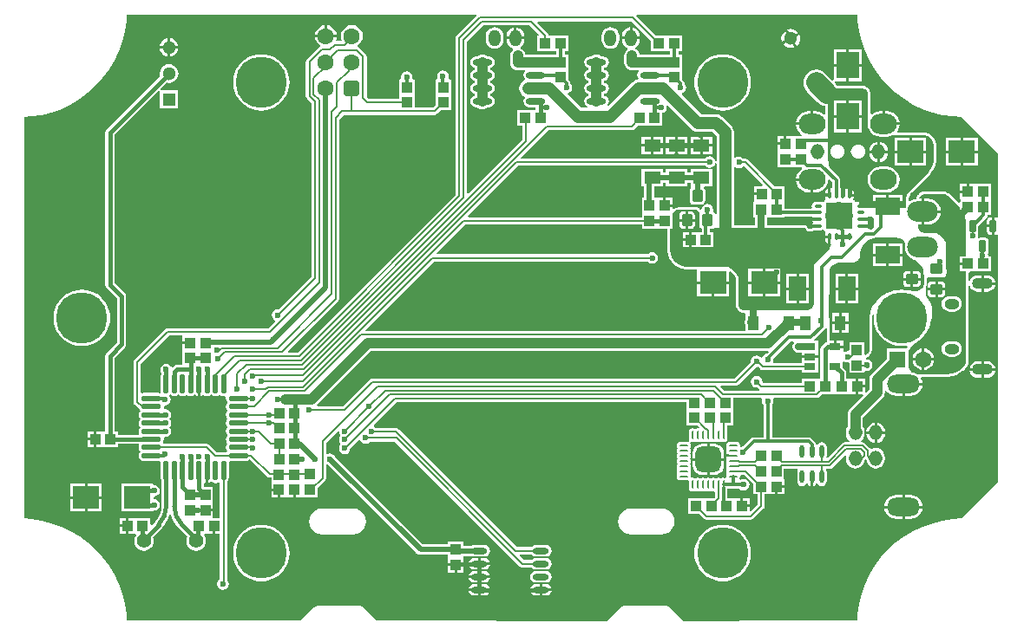
<source format=gbl>
G04 Layer_Physical_Order=2*
G04 Layer_Color=16711680*
%FSLAX44Y44*%
%MOMM*%
G71*
G01*
G75*
%ADD16C,0.2000*%
%ADD17C,0.7000*%
%ADD18C,0.3000*%
%ADD20C,0.5000*%
%ADD21C,1.0000*%
%ADD22C,0.4000*%
%ADD23C,0.6000*%
%ADD24C,1.2000*%
%ADD26C,1.3000*%
%ADD27C,5.0000*%
%ADD28C,1.6000*%
G04:AMPARAMS|DCode=29|XSize=1.6mm|YSize=1.6mm|CornerRadius=0.4mm|HoleSize=0mm|Usage=FLASHONLY|Rotation=270.000|XOffset=0mm|YOffset=0mm|HoleType=Round|Shape=RoundedRectangle|*
%AMROUNDEDRECTD29*
21,1,1.6000,0.8000,0,0,270.0*
21,1,0.8000,1.6000,0,0,270.0*
1,1,0.8000,-0.4000,-0.4000*
1,1,0.8000,-0.4000,0.4000*
1,1,0.8000,0.4000,0.4000*
1,1,0.8000,0.4000,-0.4000*
%
%ADD29ROUNDEDRECTD29*%
%ADD30C,0.8000*%
%ADD31O,1.4500X1.0000*%
%ADD32O,2.0000X1.1000*%
%ADD33O,3.2000X1.8000*%
%ADD34O,1.3000X1.5000*%
%ADD35C,1.4000*%
%ADD36O,1.2000X1.6000*%
%ADD37R,1.3000X1.3000*%
%ADD38O,3.0000X2.0000*%
%ADD39R,1.6000X1.6000*%
%ADD40O,2.6000X2.0000*%
%ADD41C,0.6000*%
%ADD42R,2.5000X2.5000*%
%ADD43O,0.3000X0.8000*%
%ADD44O,0.8000X0.3000*%
%ADD45R,1.0000X1.0000*%
%ADD46O,0.4500X1.3000*%
%ADD47R,1.0000X1.0000*%
G04:AMPARAMS|DCode=48|XSize=0.65mm|YSize=1.2mm|CornerRadius=0.0813mm|HoleSize=0mm|Usage=FLASHONLY|Rotation=180.000|XOffset=0mm|YOffset=0mm|HoleType=Round|Shape=RoundedRectangle|*
%AMROUNDEDRECTD48*
21,1,0.6500,1.0375,0,0,180.0*
21,1,0.4875,1.2000,0,0,180.0*
1,1,0.1625,-0.2437,0.5188*
1,1,0.1625,0.2437,0.5188*
1,1,0.1625,0.2437,-0.5188*
1,1,0.1625,-0.2437,-0.5188*
%
%ADD48ROUNDEDRECTD48*%
%ADD49R,2.4000X1.7000*%
%ADD50R,2.6000X2.2000*%
G04:AMPARAMS|DCode=51|XSize=2.5mm|YSize=2.5mm|CornerRadius=0.625mm|HoleSize=0mm|Usage=FLASHONLY|Rotation=180.000|XOffset=0mm|YOffset=0mm|HoleType=Round|Shape=RoundedRectangle|*
%AMROUNDEDRECTD51*
21,1,2.5000,1.2500,0,0,180.0*
21,1,1.2500,2.5000,0,0,180.0*
1,1,1.2500,-0.6250,0.6250*
1,1,1.2500,0.6250,0.6250*
1,1,1.2500,0.6250,-0.6250*
1,1,1.2500,-0.6250,-0.6250*
%
%ADD51ROUNDEDRECTD51*%
G04:AMPARAMS|DCode=52|XSize=0.25mm|YSize=0.85mm|CornerRadius=0.0625mm|HoleSize=0mm|Usage=FLASHONLY|Rotation=180.000|XOffset=0mm|YOffset=0mm|HoleType=Round|Shape=RoundedRectangle|*
%AMROUNDEDRECTD52*
21,1,0.2500,0.7250,0,0,180.0*
21,1,0.1250,0.8500,0,0,180.0*
1,1,0.1250,-0.0625,0.3625*
1,1,0.1250,0.0625,0.3625*
1,1,0.1250,0.0625,-0.3625*
1,1,0.1250,-0.0625,-0.3625*
%
%ADD52ROUNDEDRECTD52*%
G04:AMPARAMS|DCode=53|XSize=0.25mm|YSize=0.85mm|CornerRadius=0.0625mm|HoleSize=0mm|Usage=FLASHONLY|Rotation=90.000|XOffset=0mm|YOffset=0mm|HoleType=Round|Shape=RoundedRectangle|*
%AMROUNDEDRECTD53*
21,1,0.2500,0.7250,0,0,90.0*
21,1,0.1250,0.8500,0,0,90.0*
1,1,0.1250,0.3625,0.0625*
1,1,0.1250,0.3625,-0.0625*
1,1,0.1250,-0.3625,-0.0625*
1,1,0.1250,-0.3625,0.0625*
%
%ADD53ROUNDEDRECTD53*%
%ADD54O,1.9000X0.6000*%
%ADD55R,1.6000X1.2000*%
G04:AMPARAMS|DCode=56|XSize=1mm|YSize=1.2mm|CornerRadius=0.125mm|HoleSize=0mm|Usage=FLASHONLY|Rotation=0.000|XOffset=0mm|YOffset=0mm|HoleType=Round|Shape=RoundedRectangle|*
%AMROUNDEDRECTD56*
21,1,1.0000,0.9500,0,0,0.0*
21,1,0.7500,1.2000,0,0,0.0*
1,1,0.2500,0.3750,-0.4750*
1,1,0.2500,-0.3750,-0.4750*
1,1,0.2500,-0.3750,0.4750*
1,1,0.2500,0.3750,0.4750*
%
%ADD56ROUNDEDRECTD56*%
%ADD57R,2.2000X2.6000*%
G04:AMPARAMS|DCode=58|XSize=1mm|YSize=1.2mm|CornerRadius=0.125mm|HoleSize=0mm|Usage=FLASHONLY|Rotation=90.000|XOffset=0mm|YOffset=0mm|HoleType=Round|Shape=RoundedRectangle|*
%AMROUNDEDRECTD58*
21,1,1.0000,0.9500,0,0,90.0*
21,1,0.7500,1.2000,0,0,90.0*
1,1,0.2500,0.4750,0.3750*
1,1,0.2500,0.4750,-0.3750*
1,1,0.2500,-0.4750,-0.3750*
1,1,0.2500,-0.4750,0.3750*
%
%ADD58ROUNDEDRECTD58*%
%ADD59R,1.7000X2.4000*%
%ADD60R,1.0500X0.6500*%
%ADD61R,1.1000X1.4000*%
%ADD62O,1.6000X0.6000*%
%ADD63O,0.5500X1.9500*%
%ADD64O,1.9500X0.5500*%
%ADD65C,2.0000*%
%ADD66C,0.1500*%
G36*
X615174Y570397D02*
Y560444D01*
X628904D01*
X630174Y560444D01*
Y560444D01*
X630174D01*
Y560444D01*
X633970D01*
Y557290D01*
X630548D01*
Y557221D01*
X604051D01*
X603953Y557964D01*
X603197Y559788D01*
X601995Y561355D01*
X600428Y562557D01*
X600013Y562729D01*
X599950Y563845D01*
X599990Y564113D01*
X601721Y565441D01*
X603090Y567225D01*
X603950Y569303D01*
X604244Y571532D01*
Y572262D01*
X587016D01*
Y571532D01*
X587310Y569303D01*
X588170Y567225D01*
X589539Y565441D01*
X591323Y564072D01*
X592310Y563663D01*
X592374Y563536D01*
X592443Y562234D01*
X591297Y561355D01*
X590095Y559788D01*
X589339Y557964D01*
X589081Y556006D01*
Y549402D01*
X589339Y547444D01*
X590095Y545620D01*
X591297Y544053D01*
X592864Y542851D01*
X594688Y542095D01*
X596646Y541837D01*
X598575Y542091D01*
X603184D01*
X603478Y540821D01*
X602329Y539102D01*
X601902Y536956D01*
X602329Y534810D01*
X602813Y534086D01*
X602196Y532724D01*
X600777Y532537D01*
X598709Y531681D01*
X596934Y530318D01*
X573593Y506977D01*
X572606Y507787D01*
X573691Y509410D01*
X574118Y511556D01*
X573691Y513702D01*
X572475Y515521D01*
X570656Y516737D01*
X569575Y516952D01*
Y518860D01*
X570656Y519075D01*
X572475Y520291D01*
X573691Y522110D01*
X574118Y524256D01*
X573691Y526402D01*
X572475Y528221D01*
X570656Y529437D01*
X569575Y529652D01*
Y531560D01*
X570656Y531775D01*
X572475Y532991D01*
X573691Y534810D01*
X574118Y536956D01*
X573691Y539102D01*
X572475Y540921D01*
X570656Y542137D01*
X569575Y542352D01*
Y544260D01*
X570656Y544475D01*
X572475Y545691D01*
X573691Y547510D01*
X574118Y549656D01*
X573691Y551802D01*
X572475Y553621D01*
X570656Y554837D01*
X568510Y555264D01*
X567022D01*
X565792Y556207D01*
X563968Y556963D01*
X562010Y557221D01*
X560052Y556963D01*
X558228Y556207D01*
X556998Y555264D01*
X555510D01*
X553364Y554837D01*
X551545Y553621D01*
X550329Y551802D01*
X549902Y549656D01*
X550329Y547510D01*
X551545Y545691D01*
X553364Y544475D01*
X554445Y544260D01*
Y542352D01*
X553364Y542137D01*
X551545Y540921D01*
X550329Y539102D01*
X549902Y536956D01*
X550329Y534810D01*
X551545Y532991D01*
X553364Y531775D01*
X554445Y531560D01*
Y529652D01*
X553364Y529437D01*
X551545Y528221D01*
X550329Y526402D01*
X549902Y524256D01*
X550329Y522110D01*
X551545Y520291D01*
X553364Y519075D01*
X554445Y518860D01*
Y516952D01*
X553364Y516737D01*
X551545Y515521D01*
X550329Y513702D01*
X549902Y511556D01*
X550329Y509410D01*
X551545Y507591D01*
X553307Y506413D01*
X553324Y506319D01*
X552905Y505143D01*
X547253D01*
X533881Y518516D01*
X534250Y519731D01*
X534784Y519837D01*
X536603Y521053D01*
X537819Y522872D01*
X538246Y525018D01*
X537819Y527164D01*
X536716Y528814D01*
Y528948D01*
X536406Y530509D01*
X535522Y531832D01*
X534296Y533058D01*
Y542290D01*
X534296D01*
Y542290D01*
X534296D01*
Y549164D01*
X534361Y549656D01*
X534296Y550148D01*
Y557290D01*
X530874D01*
Y560444D01*
X534430D01*
Y575444D01*
X519430D01*
Y575444D01*
X519430D01*
Y575444D01*
X515499D01*
Y575762D01*
X515227Y577128D01*
X514453Y578285D01*
X504137Y588602D01*
X504623Y589775D01*
X595796D01*
X615174Y570397D01*
D02*
G37*
G36*
X506028Y576617D02*
X505542Y575444D01*
X504430D01*
Y560444D01*
X519430D01*
Y560444D01*
X519430D01*
Y560444D01*
X522718D01*
Y557290D01*
X519296D01*
Y557221D01*
X492799D01*
X492701Y557964D01*
X491945Y559788D01*
X490743Y561355D01*
X489176Y562557D01*
X487940Y563069D01*
X487700Y564486D01*
X488945Y565441D01*
X490314Y567225D01*
X491174Y569303D01*
X491468Y571532D01*
Y572262D01*
X474240D01*
Y571532D01*
X474534Y569303D01*
X475394Y567225D01*
X476763Y565441D01*
X478547Y564072D01*
X480465Y563278D01*
X480681Y562709D01*
X480770Y561912D01*
X480045Y561355D01*
X478843Y559788D01*
X478087Y557964D01*
X477829Y556006D01*
Y549402D01*
X478087Y547444D01*
X478843Y545620D01*
X480045Y544053D01*
X481612Y542851D01*
X483436Y542095D01*
X485394Y541837D01*
X487323Y542091D01*
X491932D01*
X492226Y540821D01*
X491077Y539102D01*
X490650Y536956D01*
X491077Y534810D01*
X491982Y533456D01*
X491710Y531969D01*
X491013Y531681D01*
X489238Y530318D01*
X487875Y528543D01*
X487019Y526475D01*
X486727Y524256D01*
X487019Y522037D01*
X487875Y519969D01*
X489238Y518194D01*
X491013Y516831D01*
X491710Y516543D01*
X491982Y515056D01*
X491077Y513702D01*
X490650Y511556D01*
X491077Y509410D01*
X492293Y507591D01*
X494112Y506375D01*
X496258Y505948D01*
X502784D01*
Y503054D01*
X500888D01*
X499618Y503054D01*
Y503054D01*
X499618D01*
Y503054D01*
X484618D01*
Y488054D01*
X489378D01*
Y473851D01*
X436986Y421459D01*
X435813Y421945D01*
Y569889D01*
X451699Y585775D01*
X496870D01*
X506028Y576617D01*
D02*
G37*
G36*
X822258Y524211D02*
X823679Y523623D01*
X824607Y523002D01*
X825500Y522224D01*
X825500Y522224D01*
Y522224D01*
X826234Y521308D01*
X826434Y521010D01*
X826826Y520063D01*
X826892Y519730D01*
X827024Y518545D01*
Y518545D01*
X827024D01*
X827024Y518545D01*
Y492669D01*
X826604Y489480D01*
X827034Y486217D01*
X828293Y483176D01*
X830297Y480565D01*
X832908Y478561D01*
X835949Y477302D01*
X839212Y476872D01*
X845212D01*
X848475Y477302D01*
X850842Y478282D01*
X881957Y478282D01*
X882726Y478283D01*
X884234Y477983D01*
X885655Y477395D01*
X886583Y476774D01*
X887476Y475996D01*
X887476Y475996D01*
Y475996D01*
X888299Y475156D01*
X889497Y473365D01*
X890347Y471313D01*
X890763Y469217D01*
X890778Y468028D01*
Y468024D01*
X890778Y468024D01*
X890778Y468024D01*
X890778Y454914D01*
X890779Y453162D01*
X890096Y449726D01*
X888756Y446490D01*
X886809Y443577D01*
X885569Y442340D01*
X885569Y442339D01*
X885569Y442339D01*
X867918Y424688D01*
X867060Y423742D01*
X865643Y421622D01*
X864667Y419266D01*
X864170Y416765D01*
X864108Y415490D01*
X864108Y415490D01*
X864108Y415490D01*
X864108Y409400D01*
X863683Y408373D01*
X862897Y407587D01*
X861870Y407162D01*
X860614D01*
Y408048D01*
X846074D01*
X831534D01*
Y407162D01*
X826931D01*
X826322Y408022D01*
X819584D01*
Y409292D01*
X818314D01*
Y413411D01*
X817084D01*
X815508Y413098D01*
X815354Y412995D01*
X814084Y413674D01*
Y414542D01*
X813216D01*
X812537Y415812D01*
X812640Y415966D01*
X812953Y417542D01*
Y418772D01*
X808834D01*
Y420042D01*
X807564D01*
Y426409D01*
X807258Y426348D01*
X806511Y425849D01*
X805584Y425560D01*
X804657Y425849D01*
X803910Y426348D01*
X803604Y426409D01*
Y420042D01*
X801064D01*
Y426503D01*
X799912Y427194D01*
Y434257D01*
X799602Y435818D01*
X798718Y437141D01*
X798718Y437141D01*
X789084Y446775D01*
X788417Y449750D01*
X787654Y456645D01*
Y460113D01*
X787654Y478536D01*
X787654Y488220D01*
X787820Y489480D01*
X787654Y490740D01*
X787654Y508000D01*
X787501Y509929D01*
X787870Y513781D01*
X788905Y517509D01*
X790572Y521001D01*
X791697Y522575D01*
X792018Y523024D01*
X792853Y523746D01*
X793834Y524251D01*
X794907Y524510D01*
X795459Y524510D01*
X795459Y524510D01*
X816864Y524510D01*
X819981Y524510D01*
X820750Y524511D01*
X822258Y524211D01*
D02*
G37*
G36*
X654988Y484412D02*
X656764Y483049D01*
X658831Y482193D01*
X661050Y481901D01*
X675137D01*
X679005Y478033D01*
Y453306D01*
X677735Y453181D01*
X677519Y454266D01*
X676303Y456085D01*
X674484Y457301D01*
X672338Y457728D01*
X670192Y457301D01*
X668373Y456085D01*
X668108Y455689D01*
X488625D01*
X488139Y456862D01*
X514953Y483675D01*
X596464D01*
X597830Y483947D01*
X598987Y484721D01*
X602321Y488054D01*
X611124D01*
Y488054D01*
X611124D01*
Y488054D01*
X626124D01*
Y500057D01*
X627240Y500279D01*
X629059Y501495D01*
X630275Y503314D01*
X630702Y505460D01*
X630344Y507260D01*
X631469Y507930D01*
X654988Y484412D01*
D02*
G37*
G36*
X679005Y450934D02*
Y401492D01*
X677735Y401367D01*
X677682Y401629D01*
X676854Y402870D01*
X675613Y403698D01*
X675605Y403710D01*
X676008Y405732D01*
X675581Y407878D01*
X674365Y409697D01*
X672546Y410913D01*
X670400Y411340D01*
X668254Y410913D01*
X666435Y409697D01*
X665219Y407878D01*
X664914Y406345D01*
X664532Y406128D01*
X663549Y405970D01*
X662662Y406844D01*
X662249Y407116D01*
X661839Y407388D01*
X660352Y407997D01*
X659868Y408091D01*
X659384Y408187D01*
X658582Y408187D01*
X658582Y408187D01*
X642406D01*
X642160Y408138D01*
X641909D01*
X639995Y407757D01*
X639763Y407661D01*
X639517Y407612D01*
X637714Y406866D01*
X637505Y406726D01*
X637274Y406630D01*
X637056Y406485D01*
X635936Y407083D01*
Y408566D01*
X628396D01*
Y409836D01*
X627126D01*
Y417376D01*
X620856D01*
Y417336D01*
X618762D01*
Y428128D01*
X626958D01*
Y431530D01*
X629580D01*
Y428128D01*
X650580D01*
Y431530D01*
X653964D01*
Y428128D01*
X653964D01*
X653946Y426870D01*
X653118Y425629D01*
X652827Y424166D01*
Y414666D01*
X653118Y413203D01*
X653946Y411962D01*
X655187Y411134D01*
X656650Y410843D01*
X664150D01*
X665613Y411134D01*
X666854Y411962D01*
X667682Y413203D01*
X667973Y414666D01*
Y424166D01*
X667682Y425629D01*
X666854Y426870D01*
X667256Y428128D01*
X674964D01*
Y445128D01*
X653964D01*
Y441726D01*
X650580D01*
Y445128D01*
X629580D01*
Y441726D01*
X626958D01*
Y445128D01*
X605958D01*
Y428128D01*
X608566D01*
Y417336D01*
X606164D01*
Y403606D01*
X606164Y402336D01*
X606164D01*
Y402336D01*
X606164D01*
Y398405D01*
X436998D01*
X436512Y399578D01*
X485486Y448551D01*
X668108D01*
X668373Y448155D01*
X670192Y446939D01*
X672338Y446512D01*
X674484Y446939D01*
X676303Y448155D01*
X677519Y449974D01*
X677735Y451059D01*
X679005Y450934D01*
D02*
G37*
G36*
X706355Y447735D02*
X724244Y429845D01*
X723758Y428672D01*
X715464D01*
Y422402D01*
X723004D01*
Y419862D01*
X715464D01*
Y413592D01*
X715250Y413392D01*
X715250D01*
Y398392D01*
X716633D01*
Y390407D01*
X696151Y390407D01*
Y447171D01*
X697421Y447669D01*
X698894Y446685D01*
X701040Y446258D01*
X703186Y446685D01*
X705005Y447901D01*
X706355Y447735D01*
D02*
G37*
G36*
X660872Y405029D02*
X662017Y403901D01*
X662647Y402423D01*
X662658Y401619D01*
X662432Y387858D01*
X663447D01*
X664584Y386787D01*
Y383928D01*
X661202D01*
Y383968D01*
X654932D01*
Y376428D01*
Y368888D01*
X661202D01*
Y368928D01*
X676162D01*
Y383928D01*
X672740D01*
Y386843D01*
X674150D01*
X675613Y387134D01*
X676697Y387858D01*
X765465Y387858D01*
X765507Y387646D01*
X766723Y385827D01*
X768542Y384611D01*
X770688Y384184D01*
X772834Y384611D01*
X774484Y385714D01*
X781084D01*
X782645Y386024D01*
X782814Y386137D01*
X784084Y385458D01*
Y384542D01*
X784952D01*
X785631Y383272D01*
X785528Y383118D01*
X785215Y381542D01*
Y380312D01*
X789334D01*
Y379042D01*
X790604D01*
Y371767D01*
X790838Y371427D01*
X790439Y369871D01*
X789618Y368088D01*
X789054Y367284D01*
X787403Y365591D01*
X784080Y362225D01*
X780735Y358880D01*
X777370Y355557D01*
X775676Y353907D01*
X775398Y353578D01*
X774941Y352850D01*
X774626Y352049D01*
X774466Y351204D01*
X774446Y350774D01*
X774446Y314668D01*
X774134Y313097D01*
X773521Y311618D01*
X772632Y310287D01*
X771499Y309155D01*
X770168Y308265D01*
X768689Y307652D01*
X767119Y307340D01*
X706628D01*
X705466Y307340D01*
X703318Y308229D01*
X701675Y309872D01*
X700786Y312020D01*
X700786Y313182D01*
Y335280D01*
X700786D01*
X700715Y336724D01*
X700152Y339557D01*
X699047Y342225D01*
X697443Y344627D01*
X695401Y346669D01*
X692999Y348273D01*
X690331Y349378D01*
X687498Y349941D01*
X686054Y350012D01*
X650748Y350012D01*
X649047D01*
X645710Y350676D01*
X642567Y351978D01*
X639738Y353868D01*
X637332Y356274D01*
X635442Y359103D01*
X634140Y362246D01*
X633476Y365583D01*
Y387336D01*
X635896D01*
Y402255D01*
X637067Y403427D01*
X638690Y404511D01*
X640492Y405257D01*
X642406Y405638D01*
X658582D01*
Y405638D01*
X659385Y405638D01*
X660872Y405029D01*
D02*
G37*
G36*
X772123Y397562D02*
X778584D01*
Y395022D01*
X772217D01*
X772278Y394716D01*
X773171Y393379D01*
Y392705D01*
X772278Y391368D01*
X772217Y391062D01*
X778584D01*
Y388522D01*
X772217D01*
X772278Y388216D01*
X772351Y388107D01*
X771589Y386962D01*
X770688Y386783D01*
X769537Y387012D01*
X768560Y387664D01*
X767837Y388747D01*
X767820Y388833D01*
X767680Y389042D01*
X767584Y389274D01*
X767407Y389452D01*
X767267Y389660D01*
X767059Y389800D01*
X766881Y389977D01*
X766649Y390073D01*
X766440Y390213D01*
X766194Y390262D01*
X765962Y390358D01*
X765711D01*
X765465Y390407D01*
X728868Y390407D01*
Y398392D01*
X730250D01*
Y398392D01*
X730250D01*
Y398392D01*
X745250D01*
Y398714D01*
X771432D01*
X772123Y397562D01*
D02*
G37*
G36*
X606164Y387336D02*
X621164D01*
Y387336D01*
X630927D01*
Y365583D01*
X630976Y365337D01*
Y365086D01*
X631640Y361749D01*
X631736Y361517D01*
X631785Y361270D01*
X633087Y358127D01*
X633226Y357919D01*
X633322Y357687D01*
X635213Y354858D01*
X635390Y354680D01*
X635530Y354471D01*
X637935Y352066D01*
X638144Y351926D01*
X638322Y351749D01*
X641151Y349858D01*
X641382Y349762D01*
X641591Y349623D01*
X644734Y348321D01*
X644981Y348272D01*
X645213Y348176D01*
X648550Y347512D01*
X648801D01*
X649047Y347463D01*
X660246D01*
Y335788D01*
X675786D01*
X691326D01*
Y344798D01*
X692596Y345477D01*
X693776Y344689D01*
X695463Y343002D01*
X696788Y341018D01*
X697701Y338814D01*
X698179Y336412D01*
X698237Y335217D01*
Y313183D01*
X698237Y312020D01*
X698237Y312020D01*
X698237Y312020D01*
X698333Y311535D01*
X698431Y311045D01*
X698431Y311045D01*
X698431Y311045D01*
X699320Y308897D01*
X699320Y308897D01*
X699320Y308897D01*
X699598Y308482D01*
X699872Y308070D01*
X699872Y308070D01*
X699873Y308070D01*
X701516Y306427D01*
X701516Y306426D01*
X701516Y306426D01*
X701927Y306152D01*
X702343Y305874D01*
X702343Y305874D01*
X702343Y305874D01*
X704491Y304985D01*
X704491Y304985D01*
X704491Y304985D01*
X704893Y304905D01*
X705466Y304791D01*
X705466Y304791D01*
X705467Y304791D01*
X706071Y304791D01*
X707282Y303792D01*
Y298030D01*
X707090Y297743D01*
X706625Y295402D01*
X707090Y293061D01*
X707282Y292774D01*
Y287159D01*
X337066D01*
X336580Y288332D01*
X403327Y355079D01*
X612228D01*
X612493Y354683D01*
X614312Y353467D01*
X616458Y353040D01*
X618604Y353467D01*
X620423Y354683D01*
X621639Y356502D01*
X622066Y358648D01*
X621639Y360794D01*
X620423Y362613D01*
X618604Y363829D01*
X616458Y364256D01*
X614312Y363829D01*
X612493Y362613D01*
X612228Y362217D01*
X406467D01*
X405981Y363390D01*
X433859Y391267D01*
X606164D01*
Y387336D01*
D02*
G37*
G36*
X837184Y378206D02*
X854134Y378206D01*
X854977Y378260D01*
X856653Y378064D01*
X858268Y377573D01*
X859770Y376801D01*
X861109Y375773D01*
X862243Y374522D01*
X863135Y373089D01*
X863361Y372520D01*
X863186Y372097D01*
X862756Y368834D01*
X863186Y365571D01*
X864445Y362530D01*
X866449Y359919D01*
X869060Y357915D01*
X871564Y356878D01*
X872236Y356362D01*
X873853Y355600D01*
X876667Y353394D01*
X878919Y350618D01*
X880497Y347410D01*
X880910Y345671D01*
X881221Y344063D01*
X881589Y340809D01*
X881699Y337536D01*
X881550Y334265D01*
X881347Y332640D01*
X881234Y331723D01*
X880522Y330017D01*
X879378Y328565D01*
X877886Y327473D01*
X877020Y327148D01*
X876290Y326873D01*
X874784Y326458D01*
X873246Y326183D01*
X872164Y326091D01*
X870909Y326056D01*
X870909Y326056D01*
X868305Y326522D01*
X866608Y326695D01*
X864315Y327245D01*
X860000Y327585D01*
X855685Y327245D01*
X852810Y326555D01*
X852488Y326522D01*
X849884Y326056D01*
X848324Y325514D01*
X845291Y324207D01*
X842401Y322610D01*
X839680Y320739D01*
X837154Y318612D01*
X834848Y316249D01*
X832783Y313672D01*
X830978Y310906D01*
X830180Y309461D01*
X830180Y309461D01*
X830180Y309461D01*
X828294Y301244D01*
X828294Y270002D01*
X828294Y269226D01*
X827991Y267705D01*
X827398Y266272D01*
X826536Y264983D01*
X825439Y263886D01*
X824872Y263507D01*
X823602Y264186D01*
Y276112D01*
X808602D01*
Y268156D01*
X807620Y267350D01*
X806958Y267482D01*
X804812Y267055D01*
X803884Y266435D01*
X802614Y267114D01*
Y270388D01*
X794824D01*
Y271658D01*
X793554D01*
Y277448D01*
X789141D01*
X789033Y322929D01*
X789067Y323074D01*
X789121Y323365D01*
X789158Y323660D01*
X789176Y323956D01*
X789178Y324104D01*
X789178Y324104D01*
Y336296D01*
Y344892D01*
X789559Y346805D01*
X790305Y348608D01*
X791389Y350231D01*
X792769Y351610D01*
X794392Y352695D01*
X796195Y353441D01*
X798108Y353822D01*
X811276D01*
X812048Y353860D01*
X813562Y354161D01*
X814988Y354752D01*
X816271Y355609D01*
X817363Y356701D01*
X818220Y357984D01*
X818811Y359410D01*
X819112Y360924D01*
X819150Y361696D01*
X819225Y363397D01*
X820036Y366705D01*
X821477Y369791D01*
X823492Y372536D01*
X826004Y374836D01*
X828916Y376601D01*
X832117Y377765D01*
X835483Y378281D01*
X837184Y378206D01*
D02*
G37*
G36*
X816605Y589943D02*
X818101Y579857D01*
X820579Y569967D01*
X824013Y560367D01*
X828373Y551150D01*
X833614Y542405D01*
X839688Y534216D01*
X846535Y526661D01*
X854090Y519814D01*
X862279Y513740D01*
X871024Y508499D01*
X880241Y504139D01*
X889841Y500705D01*
X899731Y498227D01*
X909817Y496731D01*
X918380Y496311D01*
X953990Y460700D01*
Y398627D01*
X952720Y397948D01*
X952530Y398075D01*
X951221Y398336D01*
X950054D01*
Y389730D01*
Y381124D01*
X951221D01*
X952530Y381385D01*
X952720Y381512D01*
X953990Y380833D01*
Y139552D01*
X918380Y103941D01*
X909817Y103521D01*
X899731Y102025D01*
X889841Y99548D01*
X880241Y96113D01*
X871024Y91753D01*
X862279Y86512D01*
X854090Y80438D01*
X846535Y73591D01*
X839688Y66036D01*
X833614Y57847D01*
X828373Y49102D01*
X824013Y39885D01*
X820579Y30285D01*
X818101Y20395D01*
X816605Y10309D01*
X816294Y3970D01*
X701582D01*
X701268Y3907D01*
X646955D01*
X633412Y17450D01*
X632165Y18283D01*
X630694Y18576D01*
X630694Y18576D01*
X588276D01*
X588276Y18576D01*
X586805Y18283D01*
X585558Y17450D01*
X572015Y3907D01*
X465062D01*
X464748Y3970D01*
X464747Y3970D01*
X347922D01*
X334442Y17450D01*
X333195Y18283D01*
X331724Y18576D01*
X331724Y18576D01*
X289306D01*
X289306Y18576D01*
X287835Y18283D01*
X286588Y17450D01*
X273108Y3970D01*
X103706D01*
X103395Y10309D01*
X101899Y20395D01*
X99421Y30285D01*
X95987Y39885D01*
X91627Y49102D01*
X86386Y57847D01*
X80312Y66036D01*
X73465Y73591D01*
X65910Y80438D01*
X57721Y86512D01*
X48976Y91753D01*
X39759Y96113D01*
X30159Y99548D01*
X20269Y102025D01*
X10184Y103521D01*
X3844Y103832D01*
Y496420D01*
X10184Y496731D01*
X20269Y498227D01*
X30159Y500705D01*
X39759Y504139D01*
X48976Y508499D01*
X57721Y513740D01*
X65910Y519814D01*
X73465Y526661D01*
X80312Y534216D01*
X86386Y542405D01*
X91627Y551150D01*
X95987Y560367D01*
X99421Y569967D01*
X101899Y579857D01*
X103395Y589943D01*
X103706Y596282D01*
X444659D01*
X445185Y595012D01*
X425721Y575547D01*
X424947Y574390D01*
X424675Y573024D01*
Y420462D01*
X270354Y266141D01*
X261417D01*
X260931Y267314D01*
X309863Y316247D01*
X310637Y317404D01*
X310909Y318770D01*
Y493822D01*
X315422Y498335D01*
X403994D01*
X405360Y498607D01*
X406517Y499381D01*
X410043Y502906D01*
X419996D01*
Y516636D01*
X419996Y517906D01*
X419996Y519176D01*
Y532906D01*
X418241D01*
X417499Y534176D01*
X417850Y535940D01*
X417423Y538086D01*
X416207Y539905D01*
X414388Y541121D01*
X412242Y541548D01*
X410096Y541121D01*
X408277Y539905D01*
X407061Y538086D01*
X406634Y535940D01*
X406985Y534176D01*
X406243Y532906D01*
X404996D01*
Y519176D01*
X404996Y517906D01*
X404996Y516636D01*
Y507953D01*
X402516Y505473D01*
X384436D01*
Y516636D01*
X384436Y517906D01*
X384436Y519176D01*
Y532906D01*
X383274D01*
X382294Y534176D01*
X382544Y535432D01*
X382117Y537578D01*
X380901Y539397D01*
X379082Y540613D01*
X376936Y541040D01*
X374790Y540613D01*
X372971Y539397D01*
X371755Y537578D01*
X371328Y535432D01*
X371578Y534176D01*
X370598Y532906D01*
X369436D01*
Y519176D01*
X369436Y517906D01*
X369436Y516636D01*
Y513975D01*
X339940D01*
X337911Y516004D01*
Y555166D01*
X337639Y556532D01*
X336865Y557689D01*
X330437Y564117D01*
X329280Y564891D01*
X328907Y564965D01*
X328703Y565921D01*
X328726Y566296D01*
X330831Y567911D01*
X332514Y570105D01*
X333572Y572659D01*
X333933Y575400D01*
X333572Y578141D01*
X332514Y580695D01*
X330831Y582889D01*
X328637Y584572D01*
X326083Y585630D01*
X323342Y585991D01*
X320601Y585630D01*
X318047Y584572D01*
X315853Y582889D01*
X314170Y580695D01*
X313112Y578141D01*
X312751Y575400D01*
X313112Y572659D01*
X313571Y571553D01*
X312865Y570497D01*
X308462D01*
X307757Y571553D01*
X308211Y572649D01*
X308406Y574130D01*
X297942D01*
X287478D01*
X287673Y572649D01*
X288735Y570085D01*
X290425Y567883D01*
X292144Y566564D01*
X292181Y566444D01*
X292099Y565170D01*
X292062Y565098D01*
X291355Y564625D01*
X279417Y552687D01*
X278643Y551530D01*
X278371Y550164D01*
Y516890D01*
X278643Y515524D01*
X279417Y514367D01*
X283959Y509824D01*
Y340543D01*
X251611Y308194D01*
X250698Y308376D01*
X248552Y307949D01*
X246733Y306733D01*
X245517Y304914D01*
X245090Y302768D01*
X245517Y300622D01*
X246733Y298803D01*
X247903Y298021D01*
X248149Y296471D01*
X241505Y289827D01*
X143510D01*
X142144Y289555D01*
X140987Y288781D01*
X111523Y259317D01*
X110749Y258160D01*
X110477Y256794D01*
Y217678D01*
X110749Y216312D01*
X111523Y215155D01*
X116095Y210583D01*
X116244Y210483D01*
X116895Y209509D01*
Y209079D01*
X115735Y207342D01*
X115327Y205294D01*
X115735Y203246D01*
X116388Y202268D01*
X116803Y201294D01*
X116388Y200320D01*
X115735Y199342D01*
X115327Y197294D01*
X115735Y195246D01*
X116895Y193509D01*
Y193079D01*
X115735Y191342D01*
X115327Y189294D01*
X115735Y187246D01*
X115897Y187002D01*
X115299Y185882D01*
X95264D01*
Y188856D01*
X91964D01*
Y260989D01*
X101796Y270822D01*
X102791Y272310D01*
X103140Y274066D01*
Y321056D01*
X102791Y322812D01*
X101796Y324300D01*
X91964Y334132D01*
Y479175D01*
X134764Y521975D01*
X136034Y521449D01*
Y504334D01*
X154034D01*
Y522334D01*
X136919D01*
X136393Y523604D01*
X142746Y529958D01*
X145034Y529656D01*
X147383Y529966D01*
X149573Y530872D01*
X151453Y532315D01*
X152895Y534195D01*
X153802Y536385D01*
X154112Y538734D01*
X153802Y541083D01*
X152895Y543273D01*
X151453Y545153D01*
X149573Y546595D01*
X147383Y547502D01*
X145034Y547812D01*
X142684Y547502D01*
X140495Y546595D01*
X138615Y545153D01*
X137172Y543273D01*
X136266Y541083D01*
X135956Y538734D01*
X136258Y536446D01*
X84132Y484320D01*
X83137Y482832D01*
X82788Y481076D01*
Y332232D01*
X83137Y330476D01*
X84132Y328988D01*
X93964Y319156D01*
Y275966D01*
X84132Y266134D01*
X83137Y264646D01*
X82788Y262890D01*
Y188856D01*
X80304D01*
Y188896D01*
X74034D01*
Y181356D01*
Y173816D01*
X80304D01*
Y173856D01*
X95264D01*
Y176706D01*
X115299D01*
X115897Y175586D01*
X115735Y175342D01*
X115327Y173294D01*
X115735Y171246D01*
X116895Y169509D01*
Y169079D01*
X115735Y167342D01*
X115327Y165294D01*
X115735Y163246D01*
X116895Y161509D01*
X118632Y160349D01*
X120680Y159941D01*
X134680D01*
X136075Y160219D01*
X137105Y159189D01*
X136827Y157794D01*
Y143794D01*
X137235Y141746D01*
X137592Y141211D01*
Y115817D01*
X137633Y115610D01*
X137252Y111745D01*
X136065Y107829D01*
X134136Y104220D01*
X131672Y101218D01*
X131496Y101101D01*
X127933Y97538D01*
X126760Y98024D01*
Y104274D01*
X111800D01*
Y104314D01*
X105530D01*
Y96774D01*
Y89234D01*
X111800D01*
X112267Y88907D01*
X112577Y87388D01*
X112152Y86833D01*
X111194Y84522D01*
X110868Y82042D01*
X111194Y79562D01*
X112152Y77251D01*
X113675Y75266D01*
X115659Y73744D01*
X117970Y72786D01*
X120450Y72460D01*
X122930Y72786D01*
X125241Y73744D01*
X127226Y75266D01*
X128748Y77251D01*
X129705Y79562D01*
X130032Y82042D01*
X129705Y84522D01*
X129175Y85802D01*
X137985Y94612D01*
X137988Y94609D01*
X141044Y98188D01*
X143504Y102201D01*
X145304Y106549D01*
X145545Y107551D01*
X146815D01*
X147056Y106549D01*
X148856Y102201D01*
X151316Y98188D01*
X154372Y94609D01*
X154375Y94612D01*
X162860Y86128D01*
X162194Y84522D01*
X161868Y82042D01*
X162194Y79562D01*
X163152Y77251D01*
X164675Y75266D01*
X166659Y73744D01*
X168970Y72786D01*
X171450Y72460D01*
X173930Y72786D01*
X176241Y73744D01*
X178225Y75266D01*
X179748Y77251D01*
X180706Y79562D01*
X181032Y82042D01*
X180706Y84522D01*
X179748Y86833D01*
X178850Y88004D01*
X179476Y89274D01*
X181316D01*
Y89234D01*
X187586D01*
Y96774D01*
X190126D01*
Y89234D01*
X194611D01*
Y44488D01*
X193647Y43843D01*
X192431Y42024D01*
X192004Y39878D01*
X192431Y37732D01*
X193647Y35913D01*
X195466Y34697D01*
X197612Y34270D01*
X199758Y34697D01*
X201577Y35913D01*
X202793Y37732D01*
X203220Y39878D01*
X202793Y42024D01*
X201749Y43587D01*
Y139864D01*
X201965Y140009D01*
X203125Y141746D01*
X203533Y143794D01*
Y157794D01*
X203255Y159189D01*
X204285Y160219D01*
X205680Y159941D01*
X219680D01*
X221728Y160349D01*
X223465Y161509D01*
X223577Y161520D01*
X240421Y144677D01*
X241578Y143903D01*
X242944Y143631D01*
X244722D01*
Y139486D01*
X244682D01*
Y133216D01*
X252222D01*
Y131946D01*
X253492D01*
Y124406D01*
X265938D01*
Y131946D01*
X268478D01*
Y124406D01*
X274748D01*
Y124700D01*
X289694D01*
Y133517D01*
X297163Y140987D01*
X297937Y142144D01*
X298209Y143510D01*
Y156458D01*
X299329Y157057D01*
X299606Y156871D01*
X299752Y156842D01*
X386659Y69935D01*
X388313Y68830D01*
X390264Y68442D01*
X417188D01*
Y66080D01*
X417148D01*
Y59810D01*
X424688D01*
X432228D01*
Y66080D01*
X432228Y66080D01*
X432228D01*
X432368Y67292D01*
X440504D01*
X440628Y67209D01*
X442774Y66782D01*
X452774D01*
X454920Y67209D01*
X456739Y68425D01*
X457955Y70244D01*
X458382Y72390D01*
X457955Y74536D01*
X456739Y76355D01*
X454920Y77571D01*
X452774Y77998D01*
X442774D01*
X440628Y77571D01*
X440504Y77488D01*
X432188D01*
Y81040D01*
X417188D01*
Y78638D01*
X392376D01*
X306962Y164052D01*
X306933Y164198D01*
X305717Y166017D01*
X303898Y167233D01*
X301752Y167660D01*
X299606Y167233D01*
X299329Y167048D01*
X298209Y167646D01*
Y177846D01*
X309449Y189086D01*
X310813Y188655D01*
X311113Y187148D01*
X311655Y186337D01*
X312307Y185294D01*
X311655Y184251D01*
X311113Y183440D01*
X310686Y181294D01*
X311113Y179148D01*
X312038Y177764D01*
X312231Y176880D01*
X312038Y175996D01*
X311113Y174612D01*
X310686Y172466D01*
X311113Y170320D01*
X312329Y168501D01*
X314148Y167285D01*
X316294Y166858D01*
X318440Y167285D01*
X320259Y168501D01*
X321475Y170320D01*
X321902Y172466D01*
X321882Y172564D01*
X330368Y181049D01*
X331583Y180681D01*
X331623Y180480D01*
X332839Y178661D01*
X334658Y177445D01*
X336804Y177018D01*
X338950Y177445D01*
X340769Y178661D01*
X341034Y179057D01*
X365483D01*
X487374Y57167D01*
X488531Y56393D01*
X489897Y56121D01*
X498544D01*
X498809Y55725D01*
X500628Y54509D01*
X502774Y54082D01*
X512774D01*
X514920Y54509D01*
X516739Y55725D01*
X517955Y57544D01*
X518382Y59690D01*
X517955Y61836D01*
X516739Y63655D01*
X514920Y64871D01*
X512774Y65298D01*
X502774D01*
X500628Y64871D01*
X498809Y63655D01*
X498544Y63259D01*
X491375D01*
X486986Y67648D01*
X487472Y68821D01*
X498544D01*
X498809Y68425D01*
X500628Y67209D01*
X502774Y66782D01*
X512774D01*
X514920Y67209D01*
X516739Y68425D01*
X517955Y70244D01*
X518382Y72390D01*
X517955Y74536D01*
X516739Y76355D01*
X514920Y77571D01*
X512774Y77998D01*
X502774D01*
X500628Y77571D01*
X498809Y76355D01*
X498544Y75959D01*
X484332D01*
X368791Y191499D01*
X367634Y192273D01*
X366268Y192545D01*
X346368D01*
X346103Y192941D01*
X344876Y193761D01*
X344608Y195289D01*
X366800Y217481D01*
X650106D01*
X650106Y209550D01*
X650106Y208280D01*
Y194550D01*
X660803D01*
X662078Y193275D01*
X661452Y192104D01*
X661447Y192105D01*
X660197D01*
X658978Y191863D01*
X658322Y191425D01*
X657666Y191863D01*
X656447Y192105D01*
X655197D01*
X653978Y191863D01*
X652944Y191172D01*
X652253Y190138D01*
X652011Y188919D01*
Y181669D01*
X652253Y180450D01*
X652602Y179928D01*
X652436Y179606D01*
X651763Y178898D01*
X650823Y179085D01*
X643573D01*
X642354Y178843D01*
X641320Y178152D01*
X640629Y177118D01*
X640387Y175899D01*
Y174649D01*
X640629Y173430D01*
X641068Y172774D01*
X640629Y172118D01*
X640387Y170899D01*
Y169649D01*
X640629Y168430D01*
X641068Y167774D01*
X640629Y167118D01*
X640387Y165899D01*
Y164649D01*
X640629Y163430D01*
X641068Y162774D01*
X640629Y162118D01*
X640387Y160899D01*
Y159649D01*
X640629Y158430D01*
X641068Y157774D01*
X640629Y157118D01*
X640387Y155899D01*
Y154649D01*
X640629Y153430D01*
X641068Y152774D01*
X640629Y152118D01*
X640387Y150899D01*
Y149649D01*
X640629Y148430D01*
X641068Y147774D01*
X640629Y147118D01*
X640387Y145899D01*
Y144649D01*
X640629Y143430D01*
X641320Y142396D01*
X642354Y141705D01*
X643573Y141463D01*
X650823D01*
X650979Y141494D01*
X652029Y140577D01*
X652083Y140419D01*
Y133281D01*
X652325Y132062D01*
X653016Y131028D01*
X654050Y130337D01*
X655269Y130095D01*
X656519D01*
X657738Y130337D01*
X658394Y130775D01*
X659050Y130337D01*
X660269Y130095D01*
X661519D01*
X662738Y130337D01*
X663394Y130775D01*
X664050Y130337D01*
X665269Y130095D01*
X666519D01*
X667738Y130337D01*
X668394Y130775D01*
X669050Y130337D01*
X670269Y130095D01*
X671519D01*
X672738Y130337D01*
X673394Y130775D01*
X674050Y130337D01*
X675269Y130095D01*
X676519D01*
X676679Y130126D01*
X677660Y129321D01*
Y124683D01*
X676810Y123832D01*
X666496D01*
Y123832D01*
X665226Y123832D01*
X651496D01*
Y108832D01*
X661810D01*
X666813Y103829D01*
X667888Y103111D01*
X669156Y102858D01*
X712724D01*
X713992Y103111D01*
X715067Y103829D01*
X724839Y113601D01*
X725557Y114676D01*
X725810Y115944D01*
Y127628D01*
X729956D01*
Y127588D01*
X736226D01*
Y135128D01*
X737496D01*
Y136398D01*
X745036D01*
Y142668D01*
X744996D01*
Y152543D01*
X757840D01*
X758518Y151273D01*
X758186Y150775D01*
X757817Y148922D01*
Y140422D01*
X758186Y138569D01*
X759236Y136997D01*
X760807Y135948D01*
X762660Y135579D01*
X764513Y135948D01*
X766085Y136997D01*
X766622Y137802D01*
X768150D01*
X768707Y136969D01*
X770291Y135910D01*
X770890Y135791D01*
Y144672D01*
X773430D01*
Y135791D01*
X774029Y135910D01*
X775613Y136969D01*
X776170Y137802D01*
X777698D01*
X778235Y136997D01*
X779807Y135948D01*
X781660Y135579D01*
X783513Y135948D01*
X785085Y136997D01*
X786134Y138569D01*
X786503Y140422D01*
Y148922D01*
X786134Y150775D01*
X785802Y151273D01*
X786480Y152543D01*
X789785D01*
X791053Y152796D01*
X792128Y153514D01*
X804347Y165733D01*
X805550Y165140D01*
X805368Y163760D01*
Y161760D01*
X805678Y159410D01*
X806584Y157221D01*
X808027Y155341D01*
X809907Y153898D01*
X812096Y152992D01*
X814446Y152682D01*
X816796Y152992D01*
X818985Y153898D01*
X820865Y155341D01*
X822307Y157221D01*
X823214Y159410D01*
X823366Y160566D01*
X824325Y161524D01*
X825483Y160887D01*
X825678Y159410D01*
X826585Y157221D01*
X828027Y155341D01*
X829907Y153898D01*
X832096Y152992D01*
X834446Y152682D01*
X836796Y152992D01*
X838985Y153898D01*
X840865Y155341D01*
X842308Y157221D01*
X843214Y159410D01*
X843524Y161760D01*
Y163760D01*
X843214Y166110D01*
X842308Y168299D01*
X840865Y170179D01*
X838985Y171621D01*
X836796Y172528D01*
X834446Y172838D01*
X832096Y172528D01*
X830581Y171900D01*
X829907Y171621D01*
X828836Y172400D01*
X828803Y172449D01*
X823705Y177547D01*
X822630Y178265D01*
X821362Y178518D01*
X820575D01*
X820144Y179788D01*
X820865Y180341D01*
X822307Y182221D01*
X823214Y184410D01*
X823524Y186760D01*
Y188760D01*
X823214Y191110D01*
X822307Y193299D01*
X822011Y193685D01*
Y202729D01*
X841263Y221981D01*
X842465Y223548D01*
X843221Y225372D01*
X843479Y227330D01*
Y228610D01*
X844749Y229041D01*
X846216Y227130D01*
X848626Y225280D01*
X851433Y224117D01*
X854446Y223720D01*
X860176D01*
Y235360D01*
X861446D01*
Y236630D01*
X879918D01*
X879689Y238372D01*
X878690Y240783D01*
X879312Y242053D01*
X901593D01*
X904094Y242053D01*
X904341Y242102D01*
X904592Y242102D01*
X909499Y243078D01*
X909731Y243174D01*
X909977Y243223D01*
X914600Y245137D01*
X914809Y245277D01*
X915041Y245373D01*
X919201Y248153D01*
X919379Y248331D01*
X919587Y248470D01*
X921356Y250239D01*
X921356Y250239D01*
X922806Y251690D01*
X922888Y251811D01*
X922999Y251906D01*
X923759Y252861D01*
X923807Y252955D01*
X923882Y253030D01*
X924055Y253289D01*
X924152Y253522D01*
X924292Y253731D01*
X924684Y254678D01*
X924733Y254925D01*
X924829Y255157D01*
X925029Y256162D01*
X925029Y256414D01*
X925077Y256661D01*
X925077Y257173D01*
Y278323D01*
X925342Y279654D01*
X925077Y280985D01*
X925077Y330946D01*
X926347Y331199D01*
X927035Y329537D01*
X928324Y327858D01*
X930003Y326569D01*
X931959Y325759D01*
X934058Y325483D01*
X937288D01*
Y333592D01*
Y341701D01*
X934058D01*
X931959Y341425D01*
X930003Y340615D01*
X928324Y339326D01*
X927035Y337647D01*
X926347Y335985D01*
X925077Y336238D01*
Y344050D01*
X926330Y345306D01*
X931926Y345306D01*
X933196Y345306D01*
X946926D01*
Y360306D01*
X944445D01*
X944138Y360680D01*
X943791Y362425D01*
X944342Y363250D01*
X944599Y364543D01*
Y374917D01*
X944342Y376210D01*
X943610Y377306D01*
X942514Y378038D01*
X941221Y378295D01*
X936347D01*
X935407Y378108D01*
X934543Y378735D01*
X934303Y379063D01*
X934486Y379984D01*
X934059Y382130D01*
X933826Y382478D01*
X934342Y383250D01*
X934599Y384543D01*
Y389777D01*
X942310Y397488D01*
X943194Y398811D01*
X943504Y400372D01*
X944711Y400424D01*
X946926D01*
Y415424D01*
X946926D01*
Y415664D01*
X946926D01*
Y430664D01*
X931966D01*
Y430704D01*
X925696D01*
Y423164D01*
X924426D01*
Y421894D01*
X916886D01*
Y415624D01*
X916886D01*
X916926Y415424D01*
X916926D01*
Y413085D01*
X915656Y412559D01*
X912138Y416076D01*
X909232Y418983D01*
X908293Y419922D01*
X908084Y420062D01*
X907906Y420240D01*
X905697Y421716D01*
X905465Y421813D01*
X905256Y421952D01*
X902801Y422969D01*
X902554Y423018D01*
X902322Y423114D01*
X899716Y423632D01*
X899464Y423632D01*
X899218Y423681D01*
X897889Y423681D01*
X883411Y423680D01*
X882630D01*
X882384Y423631D01*
X882133D01*
X880602Y423326D01*
X880370Y423230D01*
X880124Y423181D01*
X878682Y422584D01*
X878473Y422444D01*
X878241Y422348D01*
X876944Y421481D01*
X876766Y421304D01*
X876557Y421164D01*
X875453Y420061D01*
X875314Y419852D01*
X875137Y419674D01*
X874799Y419168D01*
X874655Y418823D01*
X874479Y418492D01*
X874466Y418366D01*
X874418Y418250D01*
Y417875D01*
X874381Y417502D01*
X874174Y416943D01*
X873723Y416366D01*
X873452Y416190D01*
X872101Y416012D01*
X869060Y414753D01*
X867796Y413783D01*
X866657Y414344D01*
X866657Y415428D01*
X866707Y416453D01*
X867118Y418523D01*
X867902Y420415D01*
X869075Y422169D01*
X869764Y422929D01*
X887372Y440537D01*
X887372Y440537D01*
X888610Y441774D01*
X888750Y441983D01*
X888928Y442161D01*
X890875Y445073D01*
X890971Y445305D01*
X891111Y445514D01*
X892451Y448751D01*
X892500Y448997D01*
X892596Y449230D01*
X893279Y452666D01*
X893279Y452917D01*
X893328Y453164D01*
X893327Y454915D01*
X893327Y468024D01*
X893327Y468024D01*
Y468028D01*
X893324Y468045D01*
X893327Y468061D01*
X893311Y469250D01*
X893263Y469479D01*
X893263Y469713D01*
X892847Y471809D01*
X892751Y472042D01*
X892702Y472289D01*
X891852Y474341D01*
X891712Y474550D01*
X891615Y474782D01*
X890417Y476573D01*
X890249Y476741D01*
X890119Y476941D01*
X889296Y477780D01*
X889286Y477787D01*
X889278Y477798D01*
X889278Y477799D01*
X889204Y477848D01*
X889150Y477918D01*
X888257Y478696D01*
X888115Y478777D01*
X888000Y478893D01*
X887072Y479514D01*
X886840Y479610D01*
X886630Y479750D01*
X885210Y480338D01*
X884963Y480387D01*
X884730Y480484D01*
X883222Y480783D01*
X882970Y480783D01*
X882723Y480832D01*
X881955Y480831D01*
X855817Y480831D01*
X855256Y481970D01*
X856166Y483156D01*
X857429Y486206D01*
X857693Y488210D01*
X842212D01*
Y489480D01*
X840942D01*
Y502128D01*
X839212D01*
X835938Y501697D01*
X832888Y500434D01*
X830843Y498865D01*
X829573Y499491D01*
Y518545D01*
X829573Y518545D01*
Y518545D01*
X829545Y518685D01*
X829557Y518828D01*
X829425Y520013D01*
X829392Y520117D01*
X829392Y520225D01*
X829326Y520558D01*
X829230Y520791D01*
X829181Y521039D01*
X828789Y521986D01*
X828648Y522196D01*
X828552Y522429D01*
X828352Y522726D01*
X828274Y522804D01*
X828223Y522902D01*
X827489Y523818D01*
X827381Y523909D01*
X827302Y524026D01*
X827302Y524027D01*
X827228Y524076D01*
X827174Y524146D01*
X826281Y524924D01*
X826139Y525005D01*
X826024Y525121D01*
X825096Y525742D01*
X824864Y525838D01*
X824654Y525978D01*
X823234Y526566D01*
X822987Y526615D01*
X822754Y526712D01*
X821246Y527011D01*
X820994Y527011D01*
X820748Y527060D01*
X819979Y527059D01*
X816864Y527059D01*
X796788Y527059D01*
X795804Y528342D01*
X794240Y529906D01*
X794766Y531176D01*
X805688D01*
Y545446D01*
X793418D01*
Y532524D01*
X792148Y531998D01*
X785447Y538699D01*
X782836Y540702D01*
X779795Y541962D01*
X776532Y542391D01*
X773269Y541962D01*
X770228Y540702D01*
X767617Y538699D01*
X765613Y536087D01*
X764354Y533046D01*
X763924Y529783D01*
X764354Y526520D01*
X765613Y523479D01*
X767617Y520868D01*
X777974Y510512D01*
X780585Y508508D01*
X783625Y507248D01*
X785105Y507054D01*
X785105Y499126D01*
X783835Y498670D01*
X781536Y500434D01*
X778486Y501697D01*
X775212Y502128D01*
X773482D01*
Y489480D01*
X772212D01*
Y488210D01*
X756731D01*
X756995Y486206D01*
X758258Y483156D01*
X760268Y480536D01*
X762526Y478804D01*
X762095Y477534D01*
X753738D01*
Y477534D01*
X753538Y477574D01*
Y477574D01*
X747268D01*
Y470034D01*
X745998D01*
Y468764D01*
X738458D01*
Y462494D01*
X738498D01*
Y447534D01*
X753498D01*
Y447534D01*
X753738Y447534D01*
Y447534D01*
X761949D01*
X762384Y447053D01*
X762212Y445515D01*
X760268Y444024D01*
X758258Y441404D01*
X756995Y438354D01*
X756731Y436350D01*
X772212D01*
Y435080D01*
X773482D01*
Y422432D01*
X775212D01*
X778486Y422863D01*
X781536Y424126D01*
X784156Y426136D01*
X786166Y428756D01*
X787429Y431806D01*
X787812Y434715D01*
X789013Y435310D01*
X791756Y432568D01*
Y427194D01*
X790604Y426503D01*
Y420042D01*
X789334D01*
Y418772D01*
X785215D01*
Y417542D01*
X785528Y415966D01*
X785604Y415852D01*
X784926Y414582D01*
X784044D01*
Y413652D01*
X782774Y412974D01*
X782645Y413060D01*
X781084Y413370D01*
X776084D01*
X774523Y413060D01*
X773200Y412176D01*
X772316Y410853D01*
X772006Y409292D01*
X772235Y408140D01*
X771480Y406870D01*
X745250D01*
Y413392D01*
X745504Y413632D01*
X745504D01*
Y428632D01*
X735551D01*
X709793Y454389D01*
X708636Y455163D01*
X707270Y455435D01*
X705270D01*
X705005Y455831D01*
X703186Y457047D01*
X701040Y457474D01*
X698894Y457047D01*
X697421Y456063D01*
X696151Y456561D01*
Y481584D01*
X695859Y483803D01*
X695003Y485871D01*
X693640Y487646D01*
X684750Y496536D01*
X682975Y497899D01*
X680907Y498755D01*
X678688Y499047D01*
X664601D01*
X645133Y518516D01*
X645502Y519731D01*
X646036Y519837D01*
X647855Y521053D01*
X649071Y522872D01*
X649498Y525018D01*
X649071Y527164D01*
X647968Y528814D01*
Y528948D01*
X647658Y530509D01*
X646774Y531832D01*
X645548Y533058D01*
Y542290D01*
X645548D01*
X645548Y543560D01*
Y549164D01*
X645613Y549656D01*
X645548Y550148D01*
Y557290D01*
X642126D01*
Y560444D01*
X645174D01*
Y575444D01*
X630174D01*
Y575444D01*
X630174D01*
Y575444D01*
X620221D01*
X600653Y595012D01*
X601179Y596282D01*
X816294D01*
X816605Y589943D01*
D02*
G37*
G36*
X786563Y289680D02*
X786592Y277442D01*
X786609Y277358D01*
X786135Y276313D01*
X785776Y275897D01*
X785713Y275855D01*
X784288Y274902D01*
X781750Y272364D01*
X780755Y270876D01*
X780406Y269120D01*
Y240672D01*
X777494D01*
Y240672D01*
X777494D01*
Y240672D01*
X762494D01*
Y236741D01*
X725050D01*
X723920Y237490D01*
X723493Y239636D01*
X722277Y241455D01*
X720458Y242671D01*
X718312Y243098D01*
X716166Y242671D01*
X714347Y241455D01*
X713131Y239636D01*
X712704Y237490D01*
X713131Y235344D01*
X714347Y233525D01*
X716166Y232309D01*
X718312Y231882D01*
X718780Y231975D01*
X720107Y230649D01*
X721062Y230011D01*
X720985Y229110D01*
X720850Y228741D01*
X686642D01*
X683075Y232308D01*
X683561Y233481D01*
X697872D01*
X699238Y233753D01*
X700395Y234527D01*
X717844Y251975D01*
X718312Y251882D01*
X719682Y252155D01*
X721763Y250074D01*
X722921Y249301D01*
X724286Y249029D01*
X762574D01*
Y246848D01*
X778074D01*
Y256338D01*
X778114D01*
Y260858D01*
X770324D01*
X762534D01*
Y256338D01*
X761335Y256166D01*
X734656D01*
X734057Y257286D01*
X734161Y257442D01*
X734588Y259588D01*
X734530Y259878D01*
X751497Y276846D01*
X753876D01*
X754526Y275576D01*
X753554Y274121D01*
X753089Y271780D01*
X753554Y269439D01*
X754880Y267454D01*
X755002Y267332D01*
X756987Y266006D01*
X759328Y265540D01*
X762534D01*
Y263398D01*
X770324D01*
X778114D01*
Y267918D01*
X778074D01*
Y277408D01*
X774938D01*
X774412Y278678D01*
X784442Y288708D01*
X784442Y288708D01*
X785293Y289981D01*
X785389Y290000D01*
X786563Y289680D01*
D02*
G37*
G36*
X729976Y266860D02*
X728146Y265030D01*
X726834Y264769D01*
X725015Y263553D01*
X723799Y261734D01*
X723731Y261392D01*
X722485Y261144D01*
X722277Y261455D01*
X720458Y262671D01*
X718312Y263098D01*
X716166Y262671D01*
X714347Y261455D01*
X713131Y259636D01*
X712704Y257490D01*
X712797Y257022D01*
X696394Y240619D01*
X343222D01*
X341856Y240347D01*
X340699Y239573D01*
X314752Y213627D01*
X289534D01*
X289098Y214786D01*
X289095Y214897D01*
X342223Y268025D01*
X729346D01*
X729976Y266860D01*
D02*
G37*
G36*
X832670Y303238D02*
X832415Y300000D01*
X832755Y295685D01*
X833765Y291476D01*
X835422Y287477D01*
X837683Y283786D01*
X840494Y280494D01*
X843786Y277683D01*
X847477Y275422D01*
X851476Y273765D01*
X855685Y272755D01*
X860000Y272415D01*
X864315Y272755D01*
X864814Y272874D01*
X865672Y271936D01*
X865706Y271782D01*
X865586Y271628D01*
X864823Y270088D01*
X844972D01*
Y259786D01*
X830565Y245379D01*
X829363Y243812D01*
X828607Y241988D01*
X828349Y240030D01*
Y230463D01*
X824949Y227064D01*
X823776Y227549D01*
Y231902D01*
X817506D01*
Y225632D01*
X821859D01*
X822345Y224459D01*
X809097Y211211D01*
X807895Y209644D01*
X807139Y207820D01*
X806881Y205862D01*
Y193685D01*
X806584Y193299D01*
X805678Y191110D01*
X805368Y188760D01*
Y186760D01*
X805678Y184410D01*
X806584Y182221D01*
X808027Y180341D01*
X808748Y179788D01*
X808317Y178518D01*
X804182D01*
X802914Y178265D01*
X801839Y177547D01*
X787648Y163356D01*
X786400Y163730D01*
X786288Y163941D01*
X786503Y165022D01*
Y173522D01*
X786134Y175375D01*
X785085Y176947D01*
X783513Y177996D01*
X781660Y178365D01*
X779807Y177996D01*
X778235Y176947D01*
X777674Y176106D01*
X777442Y176084D01*
X776238Y176276D01*
X775928Y177837D01*
X775044Y179160D01*
X775044Y179160D01*
X772048Y182156D01*
X770725Y183040D01*
X769164Y183350D01*
X769164Y183350D01*
X733312D01*
Y215532D01*
X734161Y216802D01*
X734588Y218948D01*
X734312Y220333D01*
X735232Y221603D01*
X776994D01*
X778360Y221875D01*
X779517Y222649D01*
X782541Y225672D01*
X792494D01*
Y225672D01*
X793736D01*
Y225672D01*
X808696D01*
Y225632D01*
X814966D01*
Y233172D01*
Y240712D01*
X808696D01*
Y240672D01*
X805824D01*
Y246186D01*
X805475Y247941D01*
X804480Y249430D01*
X802574Y251336D01*
Y256661D01*
X803844Y257340D01*
X804812Y256693D01*
X806958Y256266D01*
X807620Y256398D01*
X808602Y255592D01*
Y246112D01*
X823602D01*
Y247271D01*
X824872Y248314D01*
X825754Y248138D01*
X827900Y248565D01*
X829719Y249781D01*
X830935Y251600D01*
X831362Y253746D01*
X830935Y255892D01*
X829719Y257711D01*
X827900Y258927D01*
X825754Y259354D01*
X825686Y259340D01*
X824572Y260389D01*
X824615Y260884D01*
X824683Y260976D01*
X824995Y261007D01*
X825369D01*
X825486Y261055D01*
X825612Y261068D01*
X825942Y261244D01*
X826288Y261387D01*
X826855Y261766D01*
X827033Y261944D01*
X827242Y262083D01*
X828338Y263180D01*
X828478Y263389D01*
X828655Y263566D01*
X829517Y264856D01*
X829613Y265088D01*
X829753Y265297D01*
X830346Y266730D01*
X830395Y266976D01*
X830491Y267208D01*
X830794Y268729D01*
Y268980D01*
X830843Y269226D01*
X830843Y270002D01*
X830843Y300955D01*
X831411Y303431D01*
X832670Y303238D01*
D02*
G37*
G36*
X158068Y276740D02*
X165608D01*
Y274200D01*
X158068D01*
Y267930D01*
X158108D01*
Y254132D01*
X152770D01*
X151014Y253783D01*
X149526Y252788D01*
X148533Y251796D01*
X147062Y252121D01*
X146145Y253493D01*
X144326Y254709D01*
X142180Y255136D01*
X140034Y254709D01*
X138215Y253493D01*
X136999Y251674D01*
X136572Y249528D01*
X136999Y247382D01*
X137592Y246495D01*
Y245377D01*
X137235Y244842D01*
X136827Y242794D01*
Y228794D01*
X137105Y227399D01*
X136075Y226369D01*
X134680Y226647D01*
X120680D01*
X118885Y226290D01*
X117615Y226971D01*
Y255316D01*
X144988Y282689D01*
X158068D01*
Y276740D01*
D02*
G37*
G36*
X901825Y420614D02*
X904280Y419597D01*
X906490Y418120D01*
X907429Y417181D01*
X910336Y414274D01*
X915089Y409521D01*
X916858Y407753D01*
X916886Y407711D01*
Y400384D01*
X920967D01*
X921553Y398970D01*
X922529Y394063D01*
X922528Y391561D01*
X922528D01*
Y360346D01*
X916886D01*
Y354076D01*
X924426D01*
Y351536D01*
X916886D01*
Y345266D01*
X922528D01*
X922528Y257171D01*
X922528Y256659D01*
X922329Y255653D01*
X921937Y254706D01*
X921764Y254447D01*
X921004Y253492D01*
Y253492D01*
X919554Y252041D01*
X917785Y250272D01*
X913625Y247492D01*
X909002Y245578D01*
X904095Y244602D01*
X901593Y244602D01*
X877432D01*
X876804Y244602D01*
X875552Y244703D01*
X875056Y244783D01*
X874246Y245405D01*
X871448Y246564D01*
X869914Y246766D01*
X868901Y247511D01*
X867257Y249790D01*
X866394Y252464D01*
X866394Y253869D01*
X866394Y266391D01*
X866895Y268528D01*
X867870Y270495D01*
X869268Y272188D01*
X870142Y272853D01*
Y272853D01*
X876641Y277796D01*
X878477Y279301D01*
X881792Y282697D01*
X884573Y286541D01*
X886761Y290752D01*
X887617Y292967D01*
X888057Y294334D01*
X888765Y297118D01*
X889240Y299951D01*
X889478Y302814D01*
X889508Y304250D01*
X889508Y304250D01*
X889508Y308653D01*
X889481Y309447D01*
X889267Y311021D01*
X888843Y312552D01*
X888217Y314012D01*
X887831Y314706D01*
X887831Y314707D01*
X884356Y320499D01*
X884125Y320883D01*
X883772Y321707D01*
X883533Y322570D01*
X883412Y323458D01*
X883412Y323906D01*
X883412Y330324D01*
X883586Y330741D01*
X883654Y331081D01*
X883763Y331409D01*
X883877Y332327D01*
Y332327D01*
X884080Y333949D01*
X884072Y334050D01*
X884097Y334149D01*
X884245Y337421D01*
X884230Y337521D01*
X884247Y337622D01*
X884235Y337977D01*
X885353Y339197D01*
X899174D01*
X899785Y339245D01*
X900946Y339621D01*
X901935Y340337D01*
X902655Y341323D01*
X902892Y341888D01*
X903099Y342598D01*
X903374Y344049D01*
X903458Y345524D01*
X903350Y346998D01*
X903224Y347726D01*
X903224Y369316D01*
X903158Y370660D01*
X902633Y373298D01*
X901604Y375782D01*
X900111Y378017D01*
X898209Y379919D01*
X895974Y381412D01*
X893490Y382441D01*
X890852Y382966D01*
X889508Y383032D01*
X882396Y383032D01*
X881715Y383032D01*
X880381Y383297D01*
X879123Y383818D01*
X877991Y384574D01*
X877029Y385537D01*
X876273Y386668D01*
X875752Y387926D01*
X875487Y389261D01*
X875487Y389941D01*
Y391186D01*
X879094D01*
Y403834D01*
Y416482D01*
X877597D01*
X876918Y417752D01*
X877256Y418258D01*
X878360Y419362D01*
X879658Y420229D01*
X881100Y420826D01*
X882630Y421131D01*
X883411D01*
X897890Y421132D01*
X899219Y421132D01*
X901825Y420614D01*
D02*
G37*
G36*
X175450Y223653D02*
X176244Y223811D01*
X177994Y224980D01*
X179187Y224480D01*
X180132Y223849D01*
X182180Y223441D01*
X184228Y223849D01*
X185206Y224502D01*
X186180Y224917D01*
X187154Y224502D01*
X188132Y223849D01*
X190180Y223441D01*
X192228Y223849D01*
X193965Y225009D01*
X194395D01*
X196132Y223849D01*
X198180Y223441D01*
X199575Y223719D01*
X200605Y222689D01*
X200327Y221294D01*
X200735Y219246D01*
X201895Y217509D01*
Y217079D01*
X200735Y215342D01*
X200327Y213294D01*
X200735Y211246D01*
X201895Y209509D01*
Y209079D01*
X200735Y207342D01*
X200327Y205294D01*
X200735Y203246D01*
X201388Y202268D01*
X201803Y201294D01*
X201388Y200320D01*
X200735Y199342D01*
X200327Y197294D01*
X200735Y195246D01*
X201895Y193509D01*
Y193079D01*
X200735Y191342D01*
X200327Y189294D01*
X200735Y187246D01*
X201895Y185509D01*
Y185079D01*
X200735Y183342D01*
X200327Y181294D01*
X200735Y179246D01*
X201388Y178268D01*
X201803Y177294D01*
X201388Y176320D01*
X200735Y175342D01*
X200327Y173294D01*
X200735Y171246D01*
X201478Y170133D01*
X200800Y168863D01*
X191276D01*
X184321Y175817D01*
X183164Y176591D01*
X181798Y176863D01*
X139561D01*
X138900Y178099D01*
X138972Y178268D01*
X139625Y179246D01*
X140033Y181294D01*
X139749Y182723D01*
X140703Y183813D01*
X140726Y183823D01*
X141414Y183686D01*
X143560Y184113D01*
X145379Y185329D01*
X146595Y187148D01*
X147022Y189294D01*
X146595Y191440D01*
X145379Y193259D01*
Y193329D01*
X146595Y195148D01*
X147022Y197294D01*
X146595Y199440D01*
X145379Y201259D01*
Y201329D01*
X146595Y203148D01*
X147022Y205294D01*
X146595Y207440D01*
X145379Y209259D01*
X143560Y210475D01*
X141414Y210902D01*
X140726Y210765D01*
X140703Y210775D01*
X139749Y211865D01*
X140033Y213294D01*
X139973Y213592D01*
X140871Y214491D01*
X141144Y214436D01*
X143290Y214863D01*
X145109Y216079D01*
X146325Y217898D01*
X146752Y220044D01*
X146325Y222190D01*
X145109Y224009D01*
Y224093D01*
X146143Y225009D01*
X146395D01*
X148132Y223849D01*
X150180Y223441D01*
X152228Y223849D01*
X153965Y225009D01*
X154395D01*
X156132Y223849D01*
X158180Y223441D01*
X160229Y223849D01*
X161206Y224502D01*
X162180Y224917D01*
X163154Y224502D01*
X164132Y223849D01*
X166180Y223441D01*
X168228Y223849D01*
X169173Y224480D01*
X170366Y224980D01*
X172116Y223811D01*
X172910Y223653D01*
Y235794D01*
X175450D01*
Y223653D01*
D02*
G37*
G36*
X723648Y220333D02*
X723372Y218948D01*
X723799Y216802D01*
X725015Y214983D01*
X725156Y214889D01*
Y183350D01*
X715720D01*
X714159Y183040D01*
X712836Y182156D01*
X712836Y182156D01*
X704904Y174224D01*
X703150Y173875D01*
X702382Y174365D01*
X702009Y174730D01*
Y175899D01*
X701767Y177118D01*
X701076Y178152D01*
X700042Y178843D01*
X698823Y179085D01*
X691573D01*
X690354Y178843D01*
X689320Y178152D01*
X688629Y177118D01*
X688387Y175899D01*
Y174649D01*
X688629Y173430D01*
X689068Y172774D01*
X688629Y172118D01*
X688387Y170899D01*
Y169649D01*
X688629Y168430D01*
X689043Y167810D01*
X688592Y167134D01*
X688474Y166544D01*
X691162D01*
X691573Y166462D01*
X695198D01*
Y164086D01*
X691573D01*
X691162Y164004D01*
X688474D01*
X688592Y163414D01*
X689043Y162738D01*
X688629Y162118D01*
X688387Y160899D01*
Y159649D01*
X688629Y158430D01*
X689068Y157774D01*
X688629Y157118D01*
X688387Y155899D01*
Y154649D01*
X688629Y153430D01*
X689068Y152774D01*
X688629Y152118D01*
X688387Y150899D01*
Y149649D01*
X688629Y148430D01*
X689068Y147774D01*
X688629Y147118D01*
X688387Y145899D01*
Y144649D01*
X688409Y144538D01*
X688247Y144280D01*
X687309Y143560D01*
X686519Y143717D01*
X685269D01*
X684050Y143475D01*
X683394Y143036D01*
X682738Y143475D01*
X681519Y143717D01*
X680269D01*
X679050Y143475D01*
X678394Y143036D01*
X677738Y143475D01*
X676519Y143717D01*
X675269D01*
X674050Y143475D01*
X673394Y143036D01*
X672738Y143475D01*
X671519Y143717D01*
X670269D01*
X669050Y143475D01*
X668394Y143036D01*
X667738Y143475D01*
X666519Y143717D01*
X665269D01*
X664050Y143475D01*
X663394Y143036D01*
X662738Y143475D01*
X661519Y143717D01*
X660269D01*
X659050Y143475D01*
X658394Y143036D01*
X657738Y143475D01*
X656519Y143717D01*
X655269D01*
X655113Y143686D01*
X654062Y144602D01*
X654009Y144761D01*
Y145899D01*
X653767Y147118D01*
X653328Y147774D01*
X653767Y148430D01*
X654009Y149649D01*
Y150899D01*
X653767Y152118D01*
X653328Y152774D01*
X653767Y153430D01*
X654009Y154649D01*
Y155899D01*
X653767Y157118D01*
X653328Y157774D01*
X653767Y158430D01*
X654009Y159649D01*
Y160899D01*
X653767Y162118D01*
X653328Y162774D01*
X653767Y163430D01*
X654009Y164649D01*
Y165899D01*
X653767Y167118D01*
X653328Y167774D01*
X653767Y168430D01*
X654009Y169649D01*
Y170899D01*
X653767Y172118D01*
X653328Y172774D01*
X653767Y173430D01*
X654009Y174649D01*
Y175899D01*
X653767Y177118D01*
X653418Y177640D01*
X653584Y177962D01*
X654258Y178670D01*
X655197Y178483D01*
X656447D01*
X657666Y178725D01*
X658322Y179163D01*
X658978Y178725D01*
X660197Y178483D01*
X661447D01*
X662666Y178725D01*
X663322Y179163D01*
X663978Y178725D01*
X665197Y178483D01*
X666447D01*
X667666Y178725D01*
X668322Y179163D01*
X668978Y178725D01*
X670197Y178483D01*
X671447D01*
X672666Y178725D01*
X673322Y179163D01*
X673978Y178725D01*
X675197Y178483D01*
X676447D01*
X677666Y178725D01*
X678322Y179163D01*
X678978Y178725D01*
X680197Y178483D01*
X681447D01*
X682666Y178725D01*
X683322Y179163D01*
X683978Y178725D01*
X685197Y178483D01*
X686447D01*
X687666Y178725D01*
X688700Y179416D01*
X689391Y180450D01*
X689633Y181669D01*
Y188919D01*
X689391Y190138D01*
X689391Y190138D01*
Y194550D01*
X695332D01*
Y208280D01*
X695332Y209550D01*
X695332Y210820D01*
Y221603D01*
X722728D01*
X723648Y220333D01*
D02*
G37*
G36*
X183450Y138653D02*
X184244Y138811D01*
X185994Y139980D01*
X187187Y139480D01*
X188132Y138849D01*
X190180Y138441D01*
X192228Y138849D01*
X193341Y139592D01*
X194611Y138913D01*
Y104314D01*
X189034D01*
X187880Y104594D01*
Y110864D01*
X180340D01*
Y113404D01*
X187880D01*
Y119674D01*
X187840D01*
Y134634D01*
X179329D01*
X178768Y135194D01*
Y138364D01*
X179888Y138963D01*
X180116Y138811D01*
X180910Y138653D01*
Y150794D01*
X183450D01*
Y138653D01*
D02*
G37*
G36*
X714996Y137942D02*
Y127628D01*
X719182D01*
Y117317D01*
X712524Y110658D01*
X711254Y111184D01*
Y115062D01*
X703714D01*
Y116332D01*
X702444D01*
Y123872D01*
X696174D01*
Y123832D01*
X689892D01*
Y132828D01*
X701816D01*
X703466Y131725D01*
X705612Y131298D01*
X707758Y131725D01*
X709577Y132941D01*
X710793Y134760D01*
X711220Y136906D01*
X710793Y139052D01*
X709577Y140871D01*
X707758Y142087D01*
X705612Y142514D01*
X703466Y142087D01*
X702448Y141407D01*
X701940Y141562D01*
X701497Y143025D01*
X701767Y143430D01*
X702009Y144649D01*
Y145899D01*
X701993Y145979D01*
X702799Y146960D01*
X705977D01*
X714996Y137942D01*
D02*
G37*
%LPC*%
G36*
X596900Y583979D02*
Y574802D01*
X604244D01*
Y575532D01*
X603950Y577761D01*
X603090Y579839D01*
X601721Y581623D01*
X599937Y582992D01*
X597859Y583852D01*
X596900Y583979D01*
D02*
G37*
G36*
X594360D02*
X593401Y583852D01*
X591323Y582992D01*
X589539Y581623D01*
X588170Y579839D01*
X587310Y577761D01*
X587016Y575532D01*
Y574802D01*
X594360D01*
Y583979D01*
D02*
G37*
G36*
X575630Y584105D02*
X573411Y583813D01*
X571343Y582957D01*
X569568Y581594D01*
X568205Y579819D01*
X567349Y577751D01*
X567057Y575532D01*
Y571532D01*
X567349Y569313D01*
X568205Y567245D01*
X569568Y565470D01*
X571343Y564107D01*
X573411Y563251D01*
X575630Y562959D01*
X577849Y563251D01*
X579917Y564107D01*
X581692Y565470D01*
X583055Y567245D01*
X583911Y569313D01*
X584203Y571532D01*
Y575532D01*
X583911Y577751D01*
X583055Y579819D01*
X581692Y581594D01*
X579917Y582957D01*
X577849Y583813D01*
X575630Y584105D01*
D02*
G37*
G36*
X484124Y583979D02*
Y574802D01*
X491468D01*
Y575532D01*
X491174Y577761D01*
X490314Y579839D01*
X488945Y581623D01*
X487161Y582992D01*
X485083Y583852D01*
X484124Y583979D01*
D02*
G37*
G36*
X481584D02*
X480625Y583852D01*
X478547Y582992D01*
X476763Y581623D01*
X475394Y579839D01*
X474534Y577761D01*
X474240Y575532D01*
Y574802D01*
X481584D01*
Y583979D01*
D02*
G37*
G36*
X462854Y584105D02*
X460635Y583813D01*
X458567Y582957D01*
X456792Y581594D01*
X455429Y579819D01*
X454573Y577751D01*
X454281Y575532D01*
Y571532D01*
X454573Y569313D01*
X455429Y567245D01*
X456792Y565470D01*
X458567Y564107D01*
X460635Y563251D01*
X462854Y562959D01*
X465073Y563251D01*
X467141Y564107D01*
X468916Y565470D01*
X470279Y567245D01*
X471135Y569313D01*
X471427Y571532D01*
Y575532D01*
X471135Y577751D01*
X470279Y579819D01*
X468916Y581594D01*
X467141Y582957D01*
X465073Y583813D01*
X462854Y584105D01*
D02*
G37*
G36*
X450758Y557221D02*
X448800Y556963D01*
X446976Y556207D01*
X445746Y555264D01*
X444258D01*
X442112Y554837D01*
X440293Y553621D01*
X439077Y551802D01*
X438650Y549656D01*
X439077Y547510D01*
X440293Y545691D01*
X442112Y544475D01*
X443193Y544260D01*
Y542352D01*
X442112Y542137D01*
X440293Y540921D01*
X439077Y539102D01*
X438650Y536956D01*
X439077Y534810D01*
X440293Y532991D01*
X442112Y531775D01*
X443193Y531560D01*
Y529652D01*
X442112Y529437D01*
X440293Y528221D01*
X439077Y526402D01*
X438650Y524256D01*
X439077Y522110D01*
X440293Y520291D01*
X442112Y519075D01*
X443193Y518860D01*
Y516952D01*
X442112Y516737D01*
X440293Y515521D01*
X439077Y513702D01*
X438650Y511556D01*
X439077Y509410D01*
X440293Y507591D01*
X442112Y506375D01*
X444258Y505948D01*
X445746D01*
X446976Y505005D01*
X448800Y504249D01*
X450758Y503991D01*
X452716Y504249D01*
X454540Y505005D01*
X455770Y505948D01*
X457258D01*
X459404Y506375D01*
X461223Y507591D01*
X462439Y509410D01*
X462866Y511556D01*
X462439Y513702D01*
X461223Y515521D01*
X459404Y516737D01*
X458323Y516952D01*
Y518860D01*
X459404Y519075D01*
X461223Y520291D01*
X462439Y522110D01*
X462866Y524256D01*
X462439Y526402D01*
X461223Y528221D01*
X459404Y529437D01*
X458323Y529652D01*
Y531560D01*
X459404Y531775D01*
X461223Y532991D01*
X462439Y534810D01*
X462866Y536956D01*
X462439Y539102D01*
X461223Y540921D01*
X459404Y542137D01*
X458323Y542352D01*
Y544260D01*
X459404Y544475D01*
X461223Y545691D01*
X462439Y547510D01*
X462866Y549656D01*
X462439Y551802D01*
X461223Y553621D01*
X459404Y554837D01*
X457258Y555264D01*
X455770D01*
X454540Y556207D01*
X452716Y556963D01*
X450758Y557221D01*
D02*
G37*
G36*
X820498Y512256D02*
X808228D01*
Y497986D01*
X820498D01*
Y512256D01*
D02*
G37*
G36*
X805688D02*
X793418D01*
Y497986D01*
X805688D01*
Y512256D01*
D02*
G37*
G36*
X820498Y495446D02*
X808228D01*
Y481176D01*
X820498D01*
Y495446D01*
D02*
G37*
G36*
X805688D02*
X793418D01*
Y481176D01*
X805688D01*
Y495446D01*
D02*
G37*
G36*
X838482Y472231D02*
Y463550D01*
X846294D01*
X846019Y465640D01*
X845108Y467839D01*
X843659Y469727D01*
X841771Y471176D01*
X839572Y472087D01*
X838482Y472231D01*
D02*
G37*
G36*
X835942Y472231D02*
X834852Y472087D01*
X832653Y471176D01*
X830765Y469727D01*
X829316Y467839D01*
X828405Y465640D01*
X828130Y463550D01*
X835942D01*
Y472231D01*
D02*
G37*
G36*
X883858Y475820D02*
X869588D01*
Y463550D01*
X883858D01*
Y475820D01*
D02*
G37*
G36*
X867048D02*
X852778D01*
Y463550D01*
X867048D01*
Y475820D01*
D02*
G37*
G36*
X817212Y469340D02*
X815385Y469100D01*
X813682Y468395D01*
X812220Y467272D01*
X811097Y465810D01*
X810392Y464107D01*
X810152Y462280D01*
X810392Y460453D01*
X811097Y458750D01*
X812220Y457288D01*
X813682Y456166D01*
X815385Y455460D01*
X817212Y455220D01*
X819039Y455460D01*
X820742Y456166D01*
X822205Y457288D01*
X823326Y458750D01*
X824032Y460453D01*
X824272Y462280D01*
X824032Y464107D01*
X823326Y465810D01*
X822205Y467272D01*
X820742Y468395D01*
X819039Y469100D01*
X817212Y469340D01*
D02*
G37*
G36*
X797212D02*
X795385Y469100D01*
X793682Y468395D01*
X792219Y467272D01*
X791097Y465810D01*
X790392Y464107D01*
X790152Y462280D01*
X790392Y460453D01*
X791097Y458750D01*
X792219Y457288D01*
X793682Y456166D01*
X795385Y455460D01*
X797212Y455220D01*
X799039Y455460D01*
X800742Y456166D01*
X802204Y457288D01*
X803326Y458750D01*
X804032Y460453D01*
X804272Y462280D01*
X804032Y464107D01*
X803326Y465810D01*
X802204Y467272D01*
X800742Y468395D01*
X799039Y469100D01*
X797212Y469340D01*
D02*
G37*
G36*
X846294Y461010D02*
X838482D01*
Y452329D01*
X839572Y452473D01*
X841771Y453384D01*
X843659Y454833D01*
X845108Y456721D01*
X846019Y458920D01*
X846294Y461010D01*
D02*
G37*
G36*
X835942D02*
X828130D01*
X828405Y458920D01*
X829316Y456721D01*
X830765Y454833D01*
X832653Y453384D01*
X834852Y452473D01*
X835942Y452329D01*
Y461010D01*
D02*
G37*
G36*
X883858Y461010D02*
X869588D01*
Y448740D01*
X883858D01*
Y461010D01*
D02*
G37*
G36*
X867048D02*
X852778D01*
Y448740D01*
X867048D01*
Y461010D01*
D02*
G37*
G36*
X845212Y447688D02*
X839212D01*
X835949Y447258D01*
X832908Y445999D01*
X830297Y443995D01*
X828293Y441384D01*
X827034Y438343D01*
X826604Y435080D01*
X827034Y431817D01*
X828293Y428776D01*
X830297Y426165D01*
X832908Y424161D01*
X835949Y422902D01*
X839212Y422472D01*
X845212D01*
X848475Y422902D01*
X851516Y424161D01*
X854127Y426165D01*
X856131Y428776D01*
X857390Y431817D01*
X857820Y435080D01*
X857390Y438343D01*
X856131Y441384D01*
X854127Y443995D01*
X851516Y445999D01*
X848475Y447258D01*
X845212Y447688D01*
D02*
G37*
G36*
X810104Y426409D02*
Y421312D01*
X812953D01*
Y422542D01*
X812640Y424118D01*
X811747Y425455D01*
X810410Y426348D01*
X810104Y426409D01*
D02*
G37*
G36*
X860614Y420358D02*
X847344D01*
Y410588D01*
X860614D01*
Y420358D01*
D02*
G37*
G36*
X844804D02*
X831534D01*
Y410588D01*
X844804D01*
Y420358D01*
D02*
G37*
G36*
X822084Y413411D02*
X820854D01*
Y410562D01*
X825950D01*
X825890Y410868D01*
X824997Y412205D01*
X823660Y413098D01*
X822084Y413411D01*
D02*
G37*
G36*
X675004Y477168D02*
X665734D01*
Y469898D01*
X675004D01*
Y477168D01*
D02*
G37*
G36*
X650620D02*
X641350D01*
Y469898D01*
X650620D01*
Y477168D01*
D02*
G37*
G36*
X626998D02*
X617728D01*
Y469898D01*
X626998D01*
Y477168D01*
D02*
G37*
G36*
X663194D02*
X653924D01*
Y469898D01*
X663194D01*
Y477168D01*
D02*
G37*
G36*
X638810D02*
X629540D01*
Y469898D01*
X638810D01*
Y477168D01*
D02*
G37*
G36*
X615188D02*
X605918D01*
Y469898D01*
X615188D01*
Y477168D01*
D02*
G37*
G36*
X675004Y467358D02*
X665734D01*
Y460088D01*
X675004D01*
Y467358D01*
D02*
G37*
G36*
X663194D02*
X653924D01*
Y460088D01*
X663194D01*
Y467358D01*
D02*
G37*
G36*
X650620D02*
X641350D01*
Y460088D01*
X650620D01*
Y467358D01*
D02*
G37*
G36*
X638810D02*
X629540D01*
Y460088D01*
X638810D01*
Y467358D01*
D02*
G37*
G36*
X626998D02*
X617728D01*
Y460088D01*
X626998D01*
Y467358D01*
D02*
G37*
G36*
X615188D02*
X605918D01*
Y460088D01*
X615188D01*
Y467358D01*
D02*
G37*
G36*
X635936Y417376D02*
X629666D01*
Y411106D01*
X635936D01*
Y417376D01*
D02*
G37*
G36*
X654150Y404030D02*
X651670D01*
Y396686D01*
X658014D01*
Y400166D01*
X657720Y401645D01*
X656882Y402898D01*
X655629Y403736D01*
X654150Y404030D01*
D02*
G37*
G36*
X649130D02*
X646650D01*
X645171Y403736D01*
X643918Y402898D01*
X643080Y401645D01*
X642786Y400166D01*
Y396686D01*
X649130D01*
Y404030D01*
D02*
G37*
G36*
X658014Y394146D02*
X651670D01*
Y386802D01*
X654150D01*
X655629Y387096D01*
X656882Y387934D01*
X657720Y389187D01*
X658014Y390666D01*
Y394146D01*
D02*
G37*
G36*
X649130D02*
X642786D01*
Y390666D01*
X643080Y389187D01*
X643918Y387934D01*
X645171Y387096D01*
X646650Y386802D01*
X649130D01*
Y394146D01*
D02*
G37*
G36*
X652392Y383968D02*
X646122D01*
Y377698D01*
X652392D01*
Y383968D01*
D02*
G37*
G36*
X788064Y377772D02*
X785215D01*
Y376542D01*
X785528Y374966D01*
X786421Y373629D01*
X787758Y372736D01*
X788064Y372676D01*
Y377772D01*
D02*
G37*
G36*
X652392Y375158D02*
X646122D01*
Y368888D01*
X652392D01*
Y375158D01*
D02*
G37*
G36*
X741326Y348058D02*
X727056D01*
Y335788D01*
X741326D01*
Y348058D01*
D02*
G37*
G36*
X724516D02*
X710246D01*
Y335788D01*
X724516D01*
Y348058D01*
D02*
G37*
G36*
X769360Y342962D02*
X759590D01*
Y329692D01*
X769360D01*
Y342962D01*
D02*
G37*
G36*
X757050D02*
X747280D01*
Y329692D01*
X757050D01*
Y342962D01*
D02*
G37*
G36*
X741326Y333248D02*
X727056D01*
Y320978D01*
X741326D01*
Y333248D01*
D02*
G37*
G36*
X724516D02*
X710246D01*
Y320978D01*
X724516D01*
Y333248D01*
D02*
G37*
G36*
X769360Y327152D02*
X759590D01*
Y313882D01*
X769360D01*
Y327152D01*
D02*
G37*
G36*
X757050D02*
X747280D01*
Y313882D01*
X757050D01*
Y327152D01*
D02*
G37*
G36*
X691326Y333248D02*
X677056D01*
Y320978D01*
X691326D01*
Y333248D01*
D02*
G37*
G36*
X674516D02*
X660246D01*
Y320978D01*
X674516D01*
Y333248D01*
D02*
G37*
G36*
X860614Y372358D02*
X847344D01*
Y362588D01*
X860614D01*
Y372358D01*
D02*
G37*
G36*
X844804D02*
X831534D01*
Y362588D01*
X844804D01*
Y372358D01*
D02*
G37*
G36*
X860614Y360048D02*
X847344D01*
Y350278D01*
X860614D01*
Y360048D01*
D02*
G37*
G36*
X844804D02*
X831534D01*
Y350278D01*
X844804D01*
Y360048D01*
D02*
G37*
G36*
X874440Y345434D02*
X870959D01*
Y339090D01*
X878304D01*
Y341570D01*
X878010Y343049D01*
X877172Y344302D01*
X875918Y345140D01*
X874440Y345434D01*
D02*
G37*
G36*
X868419D02*
X864939D01*
X863461Y345140D01*
X862207Y344302D01*
X861369Y343049D01*
X861075Y341570D01*
Y339090D01*
X868419D01*
Y345434D01*
D02*
G37*
G36*
X878304Y336550D02*
X870959D01*
Y330206D01*
X874440D01*
X875918Y330500D01*
X877172Y331338D01*
X878010Y332591D01*
X878304Y334070D01*
Y336550D01*
D02*
G37*
G36*
X868419D02*
X861075D01*
Y334070D01*
X861369Y332591D01*
X862207Y331338D01*
X863461Y330500D01*
X864939Y330206D01*
X868419D01*
Y336550D01*
D02*
G37*
G36*
X817360Y342962D02*
X807590D01*
Y329692D01*
X817360D01*
Y342962D01*
D02*
G37*
G36*
X805050D02*
X795280D01*
Y329692D01*
X805050D01*
Y342962D01*
D02*
G37*
G36*
X817360Y327152D02*
X807590D01*
Y313882D01*
X817360D01*
Y327152D01*
D02*
G37*
G36*
X805050D02*
X795280D01*
Y313882D01*
X805050D01*
Y327152D01*
D02*
G37*
G36*
X807868Y304688D02*
X801098D01*
Y296418D01*
X807868D01*
Y304688D01*
D02*
G37*
G36*
X798558D02*
X791788D01*
Y296418D01*
X798558D01*
Y304688D01*
D02*
G37*
G36*
X807868Y293878D02*
X801098D01*
Y285608D01*
X807868D01*
Y293878D01*
D02*
G37*
G36*
X798558D02*
X791788D01*
Y285608D01*
X798558D01*
Y293878D01*
D02*
G37*
G36*
X802614Y277448D02*
X796094D01*
Y272928D01*
X802614D01*
Y277448D01*
D02*
G37*
G36*
X299212Y585864D02*
Y576670D01*
X308406D01*
X308211Y578152D01*
X307149Y580715D01*
X305459Y582917D01*
X303258Y584607D01*
X300693Y585669D01*
X299212Y585864D01*
D02*
G37*
G36*
X296672D02*
X295191Y585669D01*
X292626Y584607D01*
X290425Y582917D01*
X288735Y580715D01*
X287673Y578152D01*
X287478Y576670D01*
X296672D01*
Y585864D01*
D02*
G37*
G36*
X751532Y582203D02*
X749172Y581892D01*
X748156Y581471D01*
X751997Y574820D01*
X758649Y578660D01*
X757979Y579532D01*
X756091Y580981D01*
X753892Y581892D01*
X751532Y582203D01*
D02*
G37*
G36*
X745957Y580201D02*
X745085Y579532D01*
X743636Y577644D01*
X742725Y575444D01*
X742414Y573085D01*
X742725Y570725D01*
X743145Y569709D01*
X749797Y573550D01*
X745957Y580201D01*
D02*
G37*
G36*
X759919Y576460D02*
X753267Y572620D01*
X757107Y565968D01*
X757979Y566637D01*
X759428Y568526D01*
X760339Y570725D01*
X760650Y573085D01*
X760339Y575444D01*
X759919Y576460D01*
D02*
G37*
G36*
X146304Y573085D02*
Y565404D01*
X153985D01*
X153841Y566494D01*
X152930Y568693D01*
X151481Y570581D01*
X149593Y572030D01*
X147394Y572941D01*
X146304Y573085D01*
D02*
G37*
G36*
X143764D02*
X142674Y572941D01*
X140475Y572030D01*
X138587Y570581D01*
X137138Y568693D01*
X136227Y566494D01*
X136083Y565404D01*
X143764D01*
Y573085D01*
D02*
G37*
G36*
X751067Y571350D02*
X744415Y567509D01*
X745085Y566637D01*
X746973Y565188D01*
X749172Y564277D01*
X751532Y563967D01*
X753892Y564277D01*
X754908Y564698D01*
X751067Y571350D01*
D02*
G37*
G36*
X153985Y562864D02*
X146304D01*
Y555183D01*
X147394Y555327D01*
X149593Y556238D01*
X151481Y557687D01*
X152930Y559575D01*
X153841Y561774D01*
X153985Y562864D01*
D02*
G37*
G36*
X143764D02*
X136083D01*
X136227Y561774D01*
X137138Y559575D01*
X138587Y557687D01*
X140475Y556238D01*
X142674Y555327D01*
X143764Y555183D01*
Y562864D01*
D02*
G37*
G36*
X820498Y562256D02*
X808228D01*
Y547986D01*
X820498D01*
Y562256D01*
D02*
G37*
G36*
X805688D02*
X793418D01*
Y547986D01*
X805688D01*
Y562256D01*
D02*
G37*
G36*
X820498Y545446D02*
X808228D01*
Y531176D01*
X820498D01*
Y545446D01*
D02*
G37*
G36*
X685000Y557585D02*
X680685Y557245D01*
X676476Y556235D01*
X672477Y554578D01*
X668786Y552317D01*
X665494Y549506D01*
X662683Y546214D01*
X660422Y542523D01*
X658765Y538524D01*
X657755Y534315D01*
X657415Y530000D01*
X657755Y525685D01*
X658765Y521476D01*
X660422Y517477D01*
X662683Y513786D01*
X665494Y510494D01*
X668786Y507683D01*
X672477Y505422D01*
X676476Y503765D01*
X680685Y502755D01*
X685000Y502415D01*
X689315Y502755D01*
X693524Y503765D01*
X697523Y505422D01*
X701214Y507683D01*
X704506Y510494D01*
X707317Y513786D01*
X709578Y517477D01*
X711235Y521476D01*
X712245Y525685D01*
X712585Y530000D01*
X712245Y534315D01*
X711235Y538524D01*
X709578Y542523D01*
X707317Y546214D01*
X704506Y549506D01*
X701214Y552317D01*
X697523Y554578D01*
X693524Y556235D01*
X689315Y557245D01*
X685000Y557585D01*
D02*
G37*
G36*
X235000D02*
X230685Y557245D01*
X226476Y556235D01*
X222477Y554578D01*
X218786Y552317D01*
X215494Y549506D01*
X212683Y546214D01*
X210422Y542523D01*
X208765Y538524D01*
X207755Y534315D01*
X207415Y530000D01*
X207755Y525685D01*
X208765Y521476D01*
X210422Y517477D01*
X212683Y513786D01*
X215494Y510494D01*
X218786Y507683D01*
X222477Y505422D01*
X226476Y503765D01*
X230685Y502755D01*
X235000Y502415D01*
X239315Y502755D01*
X243524Y503765D01*
X247523Y505422D01*
X251214Y507683D01*
X254506Y510494D01*
X257317Y513786D01*
X259578Y517477D01*
X261235Y521476D01*
X262245Y525685D01*
X262585Y530000D01*
X262245Y534315D01*
X261235Y538524D01*
X259578Y542523D01*
X257317Y546214D01*
X254506Y549506D01*
X251214Y552317D01*
X247523Y554578D01*
X243524Y556235D01*
X239315Y557245D01*
X235000Y557585D01*
D02*
G37*
G36*
X845212Y502128D02*
X843482D01*
Y490750D01*
X857693D01*
X857429Y492754D01*
X856166Y495804D01*
X854156Y498424D01*
X851536Y500434D01*
X848486Y501697D01*
X845212Y502128D01*
D02*
G37*
G36*
X770942D02*
X769212D01*
X765938Y501697D01*
X762888Y500434D01*
X760268Y498424D01*
X758258Y495804D01*
X756995Y492754D01*
X756731Y490750D01*
X770942D01*
Y502128D01*
D02*
G37*
G36*
X744728Y477574D02*
X738458D01*
Y471304D01*
X744728D01*
Y477574D01*
D02*
G37*
G36*
X933858Y475820D02*
X919588D01*
Y463550D01*
X933858D01*
Y475820D01*
D02*
G37*
G36*
X917048D02*
X902778D01*
Y463550D01*
X917048D01*
Y475820D01*
D02*
G37*
G36*
X933858Y461010D02*
X919588D01*
Y448740D01*
X933858D01*
Y461010D01*
D02*
G37*
G36*
X917048D02*
X902778D01*
Y448740D01*
X917048D01*
Y461010D01*
D02*
G37*
G36*
X923156Y430704D02*
X916886D01*
Y424434D01*
X923156D01*
Y430704D01*
D02*
G37*
G36*
X770942Y433810D02*
X756731D01*
X756995Y431806D01*
X758258Y428756D01*
X760268Y426136D01*
X762888Y424126D01*
X765938Y422863D01*
X769212Y422432D01*
X770942D01*
Y433810D01*
D02*
G37*
G36*
X788064Y426409D02*
X787758Y426348D01*
X786421Y425455D01*
X785528Y424118D01*
X785215Y422542D01*
Y421312D01*
X788064D01*
Y426409D01*
D02*
G37*
G36*
X947514Y398336D02*
X946347D01*
X945038Y398075D01*
X943930Y397335D01*
X943188Y396226D01*
X942928Y394917D01*
Y391000D01*
X947514D01*
Y398336D01*
D02*
G37*
G36*
Y388460D02*
X942928D01*
Y384543D01*
X943188Y383234D01*
X943930Y382126D01*
X945038Y381385D01*
X946347Y381124D01*
X947514D01*
Y388460D01*
D02*
G37*
G36*
X943058Y341701D02*
X939828D01*
Y334862D01*
X951000D01*
X950891Y335691D01*
X950081Y337647D01*
X948792Y339326D01*
X947113Y340615D01*
X945157Y341425D01*
X943058Y341701D01*
D02*
G37*
G36*
X951000Y332322D02*
X939828D01*
Y325483D01*
X943058D01*
X945157Y325759D01*
X947113Y326569D01*
X948792Y327858D01*
X950081Y329537D01*
X950891Y331493D01*
X951000Y332322D01*
D02*
G37*
G36*
X60000Y327585D02*
X55685Y327245D01*
X51476Y326235D01*
X47477Y324578D01*
X43786Y322317D01*
X40494Y319506D01*
X37683Y316214D01*
X35422Y312523D01*
X33765Y308524D01*
X32755Y304315D01*
X32415Y300000D01*
X32755Y295685D01*
X33765Y291476D01*
X35422Y287477D01*
X37683Y283786D01*
X40494Y280494D01*
X43786Y277683D01*
X47477Y275422D01*
X51476Y273765D01*
X55685Y272755D01*
X60000Y272415D01*
X64315Y272755D01*
X68524Y273765D01*
X72523Y275422D01*
X76214Y277683D01*
X79506Y280494D01*
X82317Y283786D01*
X84578Y287477D01*
X86235Y291476D01*
X87245Y295685D01*
X87585Y300000D01*
X87245Y304315D01*
X86235Y308524D01*
X84578Y312523D01*
X82317Y316214D01*
X79506Y319506D01*
X76214Y322317D01*
X72523Y324578D01*
X68524Y326235D01*
X64315Y327245D01*
X60000Y327585D01*
D02*
G37*
G36*
X943058Y257701D02*
X939828D01*
Y250862D01*
X951000D01*
X950891Y251691D01*
X950081Y253647D01*
X948792Y255326D01*
X947113Y256615D01*
X945157Y257425D01*
X943058Y257701D01*
D02*
G37*
G36*
X937288D02*
X934058D01*
X931959Y257425D01*
X930003Y256615D01*
X928324Y255326D01*
X927035Y253647D01*
X926225Y251691D01*
X926116Y250862D01*
X937288D01*
Y257701D01*
D02*
G37*
G36*
X951000Y248322D02*
X939828D01*
Y241483D01*
X943058D01*
X945157Y241759D01*
X947113Y242569D01*
X948792Y243858D01*
X950081Y245537D01*
X950891Y247493D01*
X951000Y248322D01*
D02*
G37*
G36*
X937288D02*
X926116D01*
X926225Y247493D01*
X927035Y245537D01*
X928324Y243858D01*
X930003Y242569D01*
X931959Y241759D01*
X934058Y241483D01*
X937288D01*
Y248322D01*
D02*
G37*
G36*
X879918Y234090D02*
X862716D01*
Y223720D01*
X868446D01*
X871459Y224117D01*
X874266Y225280D01*
X876676Y227130D01*
X878526Y229540D01*
X879689Y232348D01*
X879918Y234090D01*
D02*
G37*
G36*
X835716Y197711D02*
Y189030D01*
X843528D01*
X843253Y191120D01*
X842342Y193319D01*
X840893Y195207D01*
X839005Y196656D01*
X836806Y197567D01*
X835716Y197711D01*
D02*
G37*
G36*
X833176D02*
X832086Y197567D01*
X829887Y196656D01*
X827999Y195207D01*
X826550Y193319D01*
X825639Y191120D01*
X825364Y189030D01*
X833176D01*
Y197711D01*
D02*
G37*
G36*
X71494Y188896D02*
X65224D01*
Y182626D01*
X71494D01*
Y188896D01*
D02*
G37*
G36*
X833176Y186490D02*
X825364D01*
X825639Y184400D01*
X826550Y182201D01*
X827999Y180313D01*
X829887Y178864D01*
X832086Y177953D01*
X833176Y177809D01*
Y186490D01*
D02*
G37*
G36*
X843529D02*
X835716D01*
Y177809D01*
X836806Y177953D01*
X839005Y178864D01*
X840893Y180313D01*
X842342Y182201D01*
X843253Y184400D01*
X843529Y186490D01*
D02*
G37*
G36*
X71494Y180086D02*
X65224D01*
Y173816D01*
X71494D01*
Y180086D01*
D02*
G37*
G36*
X745036Y133858D02*
X738766D01*
Y127588D01*
X745036D01*
Y133858D01*
D02*
G37*
G36*
X79440Y137746D02*
X65170D01*
Y125476D01*
X79440D01*
Y137746D01*
D02*
G37*
G36*
X62630D02*
X48360D01*
Y125476D01*
X62630D01*
Y137746D01*
D02*
G37*
G36*
X250952Y130676D02*
X244682D01*
Y124406D01*
X250952D01*
Y130676D01*
D02*
G37*
G36*
X868446Y126799D02*
X862716D01*
Y116430D01*
X879918D01*
X879689Y118173D01*
X878526Y120980D01*
X876676Y123390D01*
X874266Y125240D01*
X871459Y126403D01*
X868446Y126799D01*
D02*
G37*
G36*
X860176D02*
X854446D01*
X851433Y126403D01*
X848626Y125240D01*
X846216Y123390D01*
X844366Y120980D01*
X843203Y118173D01*
X842974Y116430D01*
X860176D01*
Y126799D01*
D02*
G37*
G36*
X129400Y137706D02*
X98400D01*
Y110706D01*
X129400D01*
Y110969D01*
X130382Y111775D01*
X130556Y111740D01*
X132702Y112167D01*
X134521Y113383D01*
X135737Y115202D01*
X136164Y117348D01*
X135737Y119494D01*
X134521Y121313D01*
X132702Y122529D01*
X130556Y122956D01*
X129638Y123835D01*
Y124577D01*
X130556Y125456D01*
X132702Y125883D01*
X134521Y127099D01*
X135737Y128918D01*
X136164Y131064D01*
X135737Y133210D01*
X134521Y135029D01*
X132702Y136245D01*
X130556Y136672D01*
X130382Y136637D01*
X129400Y137443D01*
Y137706D01*
D02*
G37*
G36*
X79440Y122936D02*
X65170D01*
Y110666D01*
X79440D01*
Y122936D01*
D02*
G37*
G36*
X62630D02*
X48360D01*
Y110666D01*
X62630D01*
Y122936D01*
D02*
G37*
G36*
X879918Y113890D02*
X862716D01*
Y103520D01*
X868446D01*
X871459Y103917D01*
X874266Y105080D01*
X876676Y106930D01*
X878526Y109340D01*
X879689Y112148D01*
X879918Y113890D01*
D02*
G37*
G36*
X860176D02*
X842974D01*
X843203Y112148D01*
X844366Y109340D01*
X846216Y106930D01*
X848626Y105080D01*
X851433Y103917D01*
X854446Y103520D01*
X860176D01*
Y113890D01*
D02*
G37*
G36*
X102990Y104314D02*
X96720D01*
Y98044D01*
X102990D01*
Y104314D01*
D02*
G37*
G36*
Y95504D02*
X96720D01*
Y89234D01*
X102990D01*
Y95504D01*
D02*
G37*
G36*
X625616Y113700D02*
X595616D01*
X592353Y113270D01*
X589312Y112011D01*
X586701Y110007D01*
X584697Y107396D01*
X583438Y104355D01*
X583008Y101092D01*
X583438Y97829D01*
X584697Y94788D01*
X586701Y92177D01*
X589312Y90173D01*
X592353Y88914D01*
X595616Y88484D01*
X625616D01*
X628879Y88914D01*
X631920Y90173D01*
X634531Y92177D01*
X636535Y94788D01*
X637794Y97829D01*
X638224Y101092D01*
X637794Y104355D01*
X636535Y107396D01*
X634531Y110007D01*
X631920Y112011D01*
X628879Y113270D01*
X625616Y113700D01*
D02*
G37*
G36*
X324384D02*
X294384D01*
X291121Y113270D01*
X288080Y112011D01*
X285469Y110007D01*
X283465Y107396D01*
X282206Y104355D01*
X281776Y101092D01*
X282206Y97829D01*
X283465Y94788D01*
X285469Y92177D01*
X288080Y90173D01*
X291121Y88914D01*
X294384Y88484D01*
X324384D01*
X327647Y88914D01*
X330688Y90173D01*
X333299Y92177D01*
X335303Y94788D01*
X336562Y97829D01*
X336992Y101092D01*
X336562Y104355D01*
X335303Y107396D01*
X333299Y110007D01*
X330688Y112011D01*
X327647Y113270D01*
X324384Y113700D01*
D02*
G37*
G36*
X452774Y65339D02*
X449044D01*
Y60960D01*
X458170D01*
X457993Y61852D01*
X456768Y63684D01*
X454936Y64909D01*
X452774Y65339D01*
D02*
G37*
G36*
X446504D02*
X442774D01*
X440612Y64909D01*
X438780Y63684D01*
X437556Y61852D01*
X437378Y60960D01*
X446504D01*
Y65339D01*
D02*
G37*
G36*
X458170Y58420D02*
X449044D01*
Y54042D01*
X452774D01*
X454936Y54471D01*
X456768Y55696D01*
X457993Y57528D01*
X458170Y58420D01*
D02*
G37*
G36*
X446504D02*
X437378D01*
X437556Y57528D01*
X438780Y55696D01*
X440612Y54471D01*
X442774Y54042D01*
X446504D01*
Y58420D01*
D02*
G37*
G36*
X432228Y57270D02*
X425958D01*
Y51000D01*
X432228D01*
Y57270D01*
D02*
G37*
G36*
X423418D02*
X417148D01*
Y51000D01*
X423418D01*
Y57270D01*
D02*
G37*
G36*
X452774Y52639D02*
X449044D01*
Y48260D01*
X458170D01*
X457993Y49152D01*
X456768Y50984D01*
X454936Y52209D01*
X452774Y52639D01*
D02*
G37*
G36*
X446504D02*
X442774D01*
X440612Y52209D01*
X438780Y50984D01*
X437556Y49152D01*
X437378Y48260D01*
X446504D01*
Y52639D01*
D02*
G37*
G36*
X685000Y97585D02*
X680685Y97245D01*
X676476Y96235D01*
X672477Y94578D01*
X668786Y92317D01*
X665494Y89506D01*
X662683Y86214D01*
X660422Y82523D01*
X658765Y78524D01*
X657755Y74315D01*
X657415Y70000D01*
X657755Y65685D01*
X658765Y61476D01*
X660422Y57477D01*
X662683Y53786D01*
X665494Y50494D01*
X668786Y47683D01*
X672477Y45422D01*
X676476Y43765D01*
X680685Y42755D01*
X685000Y42415D01*
X689315Y42755D01*
X693524Y43765D01*
X697523Y45422D01*
X701214Y47683D01*
X704506Y50494D01*
X707317Y53786D01*
X709578Y57477D01*
X711235Y61476D01*
X712245Y65685D01*
X712585Y70000D01*
X712245Y74315D01*
X711235Y78524D01*
X709578Y82523D01*
X707317Y86214D01*
X704506Y89506D01*
X701214Y92317D01*
X697523Y94578D01*
X693524Y96235D01*
X689315Y97245D01*
X685000Y97585D01*
D02*
G37*
G36*
X235000D02*
X230685Y97245D01*
X226476Y96235D01*
X222477Y94578D01*
X218786Y92317D01*
X215494Y89506D01*
X212683Y86214D01*
X210422Y82523D01*
X208765Y78524D01*
X207755Y74315D01*
X207415Y70000D01*
X207755Y65685D01*
X208765Y61476D01*
X210422Y57477D01*
X212683Y53786D01*
X215494Y50494D01*
X218786Y47683D01*
X222477Y45422D01*
X226476Y43765D01*
X230685Y42755D01*
X235000Y42415D01*
X239315Y42755D01*
X243524Y43765D01*
X247523Y45422D01*
X251214Y47683D01*
X254506Y50494D01*
X257317Y53786D01*
X259578Y57477D01*
X261235Y61476D01*
X262245Y65685D01*
X262585Y70000D01*
X262245Y74315D01*
X261235Y78524D01*
X259578Y82523D01*
X257317Y86214D01*
X254506Y89506D01*
X251214Y92317D01*
X247523Y94578D01*
X243524Y96235D01*
X239315Y97245D01*
X235000Y97585D01*
D02*
G37*
G36*
X512774Y52598D02*
X502774D01*
X500628Y52171D01*
X498809Y50955D01*
X497593Y49136D01*
X497166Y46990D01*
X497593Y44844D01*
X498809Y43025D01*
X500628Y41809D01*
X502774Y41382D01*
X512774D01*
X514920Y41809D01*
X516739Y43025D01*
X517955Y44844D01*
X518382Y46990D01*
X517955Y49136D01*
X516739Y50955D01*
X514920Y52171D01*
X512774Y52598D01*
D02*
G37*
G36*
X458170Y45720D02*
X449044D01*
Y41342D01*
X452774D01*
X454936Y41771D01*
X456768Y42996D01*
X457993Y44828D01*
X458170Y45720D01*
D02*
G37*
G36*
X446504D02*
X437378D01*
X437556Y44828D01*
X438780Y42996D01*
X440612Y41771D01*
X442774Y41342D01*
X446504D01*
Y45720D01*
D02*
G37*
G36*
X452774Y39938D02*
X449044D01*
Y35560D01*
X458170D01*
X457993Y36452D01*
X456768Y38284D01*
X454936Y39509D01*
X452774Y39938D01*
D02*
G37*
G36*
X446504D02*
X442774D01*
X440612Y39509D01*
X438780Y38284D01*
X437556Y36452D01*
X437378Y35560D01*
X446504D01*
Y39938D01*
D02*
G37*
G36*
X512774D02*
X509044D01*
Y35560D01*
X518170D01*
X517993Y36452D01*
X516768Y38284D01*
X514936Y39509D01*
X512774Y39938D01*
D02*
G37*
G36*
X506504D02*
X502774D01*
X500612Y39509D01*
X498780Y38284D01*
X497555Y36452D01*
X497378Y35560D01*
X506504D01*
Y39938D01*
D02*
G37*
G36*
X518170Y33020D02*
X509044D01*
Y28642D01*
X512774D01*
X514936Y29071D01*
X516768Y30296D01*
X517993Y32128D01*
X518170Y33020D01*
D02*
G37*
G36*
X506504D02*
X497378D01*
X497555Y32128D01*
X498780Y30296D01*
X500612Y29071D01*
X502774Y28642D01*
X506504D01*
Y33020D01*
D02*
G37*
G36*
X458170Y33020D02*
X449044D01*
Y28642D01*
X452774D01*
X454936Y29071D01*
X456768Y30296D01*
X457993Y32128D01*
X458170Y33020D01*
D02*
G37*
G36*
X446504D02*
X437378D01*
X437556Y32128D01*
X438780Y30296D01*
X440612Y29071D01*
X442774Y28642D01*
X446504D01*
Y33020D01*
D02*
G37*
G36*
X823776Y240712D02*
X817506D01*
Y234442D01*
X823776D01*
Y240712D01*
D02*
G37*
G36*
X885364Y416482D02*
X881634D01*
Y405104D01*
X897845D01*
X897581Y407108D01*
X896318Y410158D01*
X894308Y412778D01*
X891688Y414788D01*
X888638Y416051D01*
X885364Y416482D01*
D02*
G37*
G36*
X897845Y402564D02*
X881634D01*
Y391186D01*
X885364D01*
X888638Y391617D01*
X891688Y392880D01*
X894308Y394890D01*
X896318Y397510D01*
X897581Y400560D01*
X897845Y402564D01*
D02*
G37*
G36*
X898440Y335434D02*
X894960D01*
Y329090D01*
X902304D01*
Y331570D01*
X902010Y333049D01*
X901172Y334302D01*
X899918Y335140D01*
X898440Y335434D01*
D02*
G37*
G36*
X892420D02*
X888940D01*
X887461Y335140D01*
X886207Y334302D01*
X885369Y333049D01*
X885075Y331570D01*
Y329090D01*
X892420D01*
Y335434D01*
D02*
G37*
G36*
X902304Y326550D02*
X894960D01*
Y320206D01*
X898440D01*
X899918Y320500D01*
X901172Y321338D01*
X902010Y322591D01*
X902304Y324070D01*
Y326550D01*
D02*
G37*
G36*
X892420D02*
X885075D01*
Y324070D01*
X885369Y322591D01*
X886207Y321338D01*
X887461Y320500D01*
X888940Y320206D01*
X892420D01*
Y326550D01*
D02*
G37*
G36*
X910808Y321157D02*
X906308D01*
X904350Y320899D01*
X902526Y320143D01*
X900959Y318941D01*
X899757Y317374D01*
X899001Y315550D01*
X898743Y313592D01*
X899001Y311634D01*
X899757Y309810D01*
X900959Y308243D01*
X902526Y307041D01*
X904350Y306285D01*
X906308Y306027D01*
X910808D01*
X912766Y306285D01*
X914590Y307041D01*
X916157Y308243D01*
X917359Y309810D01*
X918115Y311634D01*
X918373Y313592D01*
X918115Y315550D01*
X917359Y317374D01*
X916157Y318941D01*
X914590Y320143D01*
X912766Y320899D01*
X910808Y321157D01*
D02*
G37*
G36*
Y277157D02*
X906308D01*
X904350Y276899D01*
X902526Y276143D01*
X900959Y274941D01*
X899757Y273374D01*
X899001Y271550D01*
X898743Y269592D01*
X899001Y267634D01*
X899757Y265810D01*
X900959Y264243D01*
X902526Y263041D01*
X904350Y262285D01*
X906308Y262027D01*
X910808D01*
X912766Y262285D01*
X914590Y263041D01*
X916157Y264243D01*
X917359Y265810D01*
X918115Y267634D01*
X918373Y269592D01*
X918115Y271550D01*
X917359Y273374D01*
X916157Y274941D01*
X914590Y276143D01*
X912766Y276899D01*
X910808Y277157D01*
D02*
G37*
G36*
X882142Y270052D02*
Y260858D01*
X891336D01*
X891141Y262339D01*
X890079Y264904D01*
X888389Y267105D01*
X886188Y268795D01*
X883624Y269857D01*
X882142Y270052D01*
D02*
G37*
G36*
X879602D02*
X878120Y269857D01*
X875556Y268795D01*
X873355Y267105D01*
X871665Y264904D01*
X870603Y262339D01*
X870408Y260858D01*
X879602D01*
Y270052D01*
D02*
G37*
G36*
X891336Y258318D02*
X882142D01*
Y249124D01*
X883624Y249319D01*
X886188Y250381D01*
X888389Y252071D01*
X890079Y254272D01*
X891141Y256836D01*
X891336Y258318D01*
D02*
G37*
G36*
X879602D02*
X870408D01*
X870603Y256836D01*
X871665Y254272D01*
X873355Y252071D01*
X875556Y250381D01*
X878120Y249319D01*
X879602Y249124D01*
Y258318D01*
D02*
G37*
G36*
X677318Y176914D02*
X672338D01*
Y163068D01*
X686184D01*
Y168048D01*
X685882Y170343D01*
X684996Y172481D01*
X683587Y174317D01*
X681751Y175726D01*
X679613Y176612D01*
X677318Y176914D01*
D02*
G37*
G36*
X669798D02*
X664818D01*
X662523Y176612D01*
X660385Y175726D01*
X658549Y174317D01*
X657140Y172481D01*
X656254Y170343D01*
X655952Y168048D01*
Y163068D01*
X669798D01*
Y176914D01*
D02*
G37*
G36*
X686184Y160528D02*
X672338D01*
Y146682D01*
X677318D01*
X679613Y146984D01*
X681751Y147870D01*
X683587Y149279D01*
X684996Y151115D01*
X685882Y153253D01*
X686184Y155548D01*
Y160528D01*
D02*
G37*
G36*
X669798D02*
X655952D01*
Y155548D01*
X656254Y153253D01*
X657140Y151115D01*
X658549Y149279D01*
X660385Y147870D01*
X662523Y146984D01*
X664818Y146682D01*
X669798D01*
Y160528D01*
D02*
G37*
G36*
X711254Y123872D02*
X704984D01*
Y117602D01*
X711254D01*
Y123872D01*
D02*
G37*
%LPD*%
D16*
X403994Y501904D02*
X412496Y510406D01*
X313944Y501904D02*
X403994D01*
X307340Y495300D02*
X313944Y501904D01*
X291592Y334867D02*
Y512895D01*
X285940Y518547D02*
X291592Y512895D01*
X285940Y518547D02*
Y534352D01*
X287528Y339065D02*
Y511302D01*
X281940Y516890D02*
X287528Y511302D01*
X281940Y516890D02*
Y550164D01*
X338462Y510406D02*
X376936D01*
X334342Y514526D02*
X338462Y510406D01*
X334342Y514526D02*
Y555166D01*
X297942Y550000D02*
X309536Y561594D01*
X327914D01*
X293878Y562102D02*
X302006D01*
X306832Y566928D01*
X316484D01*
X322326Y572770D01*
X327914Y561594D02*
X334342Y555166D01*
X298196Y546608D02*
Y552450D01*
X281940Y550164D02*
X293878Y562102D01*
X323342Y502412D02*
Y524600D01*
X320008Y541242D02*
Y544632D01*
X308942Y530176D02*
X320008Y541242D01*
X308942Y506746D02*
Y530176D01*
X285940Y534352D02*
X298196Y546608D01*
X806958Y261874D02*
X809364D01*
X816102Y268612D01*
X340106Y213106D02*
X356050Y229050D01*
X316294Y189294D02*
X340106Y213106D01*
X340920Y187758D02*
X342138Y188976D01*
X316230Y210058D02*
X343222Y237050D01*
X281686Y210058D02*
X316230D01*
X242570Y197294D02*
X247072D01*
X212680D02*
X242570D01*
Y205294D02*
X250626D01*
X212680D02*
X242570D01*
X226378Y230632D02*
X239453D01*
X241270Y232449D01*
X227772Y213294D02*
X242824Y228346D01*
X211074Y228854D02*
Y245364D01*
X220218Y254508D01*
X218694Y235966D02*
Y244856D01*
X224028Y250190D01*
X226568Y242316D02*
X228250Y243998D01*
X143510Y286258D02*
X242983D01*
X114046Y256794D02*
X143510Y286258D01*
X114046Y217678D02*
Y256794D01*
X118618Y213106D02*
X128524D01*
X114046Y217678D02*
X118618Y213106D01*
X191761Y268572D02*
X194150D01*
X199008Y266572D02*
X255142D01*
X196150Y270572D02*
X250760D01*
X199390Y244348D02*
X213614Y258572D01*
X190180Y243774D02*
X208978Y262572D01*
X192786Y260350D02*
X199008Y266572D01*
X194150Y268572D02*
X196150Y270572D01*
X212874Y221488D02*
X226378D01*
X212680Y221294D02*
X212874Y221488D01*
X190180Y235794D02*
Y243774D01*
X199390Y240792D02*
Y244348D01*
X252342Y162052D02*
Y177038D01*
X247072Y197294D02*
X252342Y192024D01*
X250626Y205294D02*
X252342Y207010D01*
X226378Y189294D02*
X232346D01*
X244602Y177038D01*
X252342D01*
X365322Y221050D02*
X653606D01*
X316738Y172466D02*
X365322Y221050D01*
X360535Y225050D02*
X663849D01*
X316537Y181051D02*
X360535Y225050D01*
X356050Y229050D02*
X675629D01*
X348366Y233050D02*
X677286D01*
X294640Y179324D02*
X348366Y233050D01*
X343222Y237050D02*
X697872D01*
X212680Y189294D02*
X226378D01*
X212680Y181294D02*
X226122D01*
X212680Y173294D02*
X226126D01*
X197612Y39878D02*
X198180Y40446D01*
Y150794D01*
X242944Y147200D02*
X282194D01*
X212680Y165294D02*
X224850D01*
X242944Y147200D01*
X675629Y229050D02*
X687629Y217050D01*
X685164Y225172D02*
X776994D01*
X677286Y233050D02*
X685164Y225172D01*
X212680Y213294D02*
X227772D01*
X723264Y283590D02*
X730250Y290576D01*
X928784Y380078D02*
X928878Y379984D01*
X928784Y380078D02*
Y389730D01*
X432244Y571367D02*
X450221Y589344D01*
X428244Y573024D02*
X448564Y593344D01*
X450221Y589344D02*
X498348D01*
X511930Y575762D01*
Y567944D02*
Y575762D01*
X448564Y593344D02*
X597274D01*
X622674Y567944D01*
X701040Y451866D02*
X707270D01*
X596464Y487244D02*
X604199Y494979D01*
X707270Y451866D02*
X738004Y421132D01*
X697872Y237050D02*
X718312Y257490D01*
X687629Y217050D02*
X687832D01*
X776994Y225172D02*
X784994Y233172D01*
X718312Y258572D02*
X724286Y252598D01*
X653606Y221050D02*
X657606Y217050D01*
X663849Y225050D02*
X671849Y217050D01*
X672592D01*
X724286Y252598D02*
X770324D01*
X718312Y237490D02*
X722630Y233172D01*
X769994D01*
X816102Y253612D02*
X825620D01*
X685822Y200040D02*
X687832Y202050D01*
X685822Y185294D02*
Y200040D01*
X670072Y190327D02*
X670822Y189577D01*
X670072Y190327D02*
Y190420D01*
X667949Y192544D02*
X670072Y190420D01*
X667855Y192544D02*
X667949D01*
X670822Y185294D02*
Y189577D01*
X657606Y202050D02*
X658349D01*
X667855Y192544D01*
X675822Y185294D02*
Y198820D01*
X672592Y202050D02*
X675822Y198820D01*
X255142Y266572D02*
X307340Y318770D01*
Y495300D01*
X250760Y270572D02*
X303340Y323152D01*
Y501144D01*
X308942Y506746D01*
X242983Y286258D02*
X291592Y334867D01*
X250965Y302502D02*
X287528Y339065D01*
X492947Y472373D02*
Y494725D01*
X432244Y417327D02*
Y571367D01*
X428244Y418984D02*
Y573024D01*
X273489Y258572D02*
X432244Y417327D01*
X271832Y262572D02*
X428244Y418984D01*
X208978Y262572D02*
X271832D01*
X213614Y258572D02*
X273489D01*
X432380Y394836D02*
X613664D01*
X332448Y283590D02*
X723264D01*
X277204Y228346D02*
X332448Y283590D01*
X275543Y237998D02*
X432380Y394836D01*
X228250Y243998D02*
X275886D01*
X242824Y228346D02*
X277204D01*
X241270Y232449D02*
X275650D01*
X235204Y237998D02*
X275543D01*
X224028Y250190D02*
X276421D01*
X220218Y254508D02*
X275082D01*
X492947Y472373D01*
X275650Y232449D02*
X401849Y358648D01*
X616458D01*
X275886Y243998D02*
X484008Y452120D01*
X672338D01*
X276421Y250190D02*
X513475Y487244D01*
X596464D01*
X127680Y173294D02*
X181798D01*
X189798Y165294D01*
X212680D01*
X342138Y188976D02*
X366268D01*
X482854Y72390D01*
X507774D01*
X336804Y182626D02*
X366961D01*
X489897Y59690D01*
X507774D01*
X281178Y132842D02*
X283972D01*
X294640Y143510D01*
Y179324D01*
D17*
X759206Y271780D02*
X759328Y271658D01*
X909574Y402082D02*
X918584D01*
X924426Y407924D01*
X759328Y271658D02*
X770324D01*
X823214Y410588D02*
X860198D01*
X720344Y382778D02*
X722750Y385184D01*
Y405892D01*
X746742Y295402D02*
X763288D01*
X860198Y410588D02*
X860406Y410796D01*
X713232Y310642D02*
X715264Y308610D01*
Y297924D02*
Y308610D01*
X712742Y295402D02*
X715264Y297924D01*
D18*
X781558Y291592D02*
Y349758D01*
X127680Y221294D02*
X139894D01*
X141144Y220044D01*
X139894Y165294D02*
X141144Y166544D01*
X127680Y165294D02*
X139894D01*
X670400Y395416D02*
Y405732D01*
X412242Y525914D02*
Y535940D01*
X376936Y525406D02*
Y535432D01*
X507372Y505460D02*
X513842D01*
X532638Y525018D02*
Y528948D01*
X526796Y534790D02*
X532638Y528948D01*
X638048Y534790D02*
X643890Y528948D01*
Y525018D02*
Y528948D01*
X618624Y505460D02*
X625094D01*
X614010Y536956D02*
X635882D01*
X526796Y549790D02*
Y567570D01*
X502758Y536956D02*
X524630D01*
X638048Y549790D02*
Y567570D01*
X728980Y179272D02*
X769164D01*
X715720D02*
X728980D01*
X729234Y179526D01*
Y218694D01*
X728980Y218948D02*
X729234Y218694D01*
X728726Y259842D02*
X728980Y259588D01*
X839216Y402460D02*
X846074Y409318D01*
X839216Y388366D02*
Y402460D01*
X832866Y382016D02*
X839216Y388366D01*
X824484Y382016D02*
X832866D01*
X705104Y168656D02*
X715720Y179272D01*
X695198Y136906D02*
X705612D01*
X685894D02*
X695198D01*
Y145274D01*
X685814Y119232D02*
Y133604D01*
Y119232D02*
X688714Y116332D01*
X769164Y179272D02*
X772160Y176276D01*
Y169272D02*
Y176276D01*
X783664Y420042D02*
X789334D01*
X770688Y389792D02*
Y396292D01*
X778584D01*
X770734Y389792D02*
X778584D01*
X802334Y371908D02*
Y379042D01*
X795834Y378408D02*
Y379042D01*
X802334D02*
Y385292D01*
X799084Y388542D02*
X802334Y385292D01*
X938784Y360680D02*
Y369730D01*
X896874Y348488D02*
Y354838D01*
X928784Y389730D02*
X939426Y400372D01*
Y407924D01*
Y423164D01*
X919734Y278638D02*
Y279654D01*
X737750Y405892D02*
X740850Y402792D01*
X738004Y406146D02*
Y421132D01*
X668662Y393678D02*
X670400Y395416D01*
X668662Y376428D02*
Y393678D01*
X740850Y402792D02*
X778584D01*
X819584Y389792D02*
X829564D01*
X819584Y396292D02*
X829564D01*
X745998Y455034D02*
X745998Y455034D01*
X761238D01*
X795834Y420042D02*
Y434257D01*
X781011Y449080D02*
X795834Y434257D01*
X761238Y470034D02*
X764984Y473780D01*
X767192Y449080D02*
X781011D01*
X761238Y455034D02*
X767192Y449080D01*
X764984Y473780D02*
X788924D01*
X728726Y259842D02*
X749808Y280924D01*
X770890D01*
X781558Y291592D01*
X801624Y359156D02*
X824484Y382016D01*
X781558Y349758D02*
X790956Y359156D01*
X801624D01*
D20*
X297840Y329590D02*
Y524600D01*
X424688Y73540D02*
X425838Y72390D01*
X447774D01*
X390264Y73540D02*
X424688D01*
X301752Y162052D02*
X390264Y73540D01*
X272542Y177038D02*
X287782Y161798D01*
X267342Y177038D02*
X272542D01*
X244322Y276072D02*
X246761Y278511D01*
X181196Y276072D02*
X244322D01*
X180594Y275470D02*
X181196Y276072D01*
X613664Y433834D02*
X616458Y436628D01*
X613664Y409836D02*
Y433834D01*
X660400Y432564D02*
X664464Y436628D01*
X660400Y419416D02*
Y432564D01*
X640080Y468628D02*
X664464D01*
X616458D02*
X640080D01*
Y436628D02*
X664464D01*
X616458D02*
X640080D01*
X246761Y278511D02*
X297840Y329590D01*
D21*
X835914Y240030D02*
X855472Y259588D01*
X835914Y227330D02*
Y240030D01*
X814446Y205862D02*
X835914Y227330D01*
X814446Y187760D02*
Y205862D01*
X485648Y549656D02*
X526796D01*
X485394Y549402D02*
Y556006D01*
X450758Y511556D02*
Y524256D01*
Y536956D01*
Y549656D01*
X562010Y536956D02*
Y549656D01*
Y524256D02*
Y536956D01*
Y511556D02*
Y524256D01*
X596646Y549402D02*
Y556006D01*
X596900Y549656D02*
X638048D01*
X729724Y275590D02*
X749282Y295148D01*
X258826Y220218D02*
X283718D01*
X339090Y275590D01*
X729724D01*
D22*
X119260Y96774D02*
G03*
X118672Y95354I1419J-1419D01*
G01*
X150180Y115817D02*
G03*
X157619Y97857I25400J0D01*
G01*
X134740D02*
G03*
X142180Y115817I-17960J17960D01*
G01*
X174116Y236474D02*
Y250208D01*
X121266Y131064D02*
X130556D01*
X172974Y127134D02*
X180340D01*
X165354D02*
X172974D01*
Y127254D01*
X447774Y46990D02*
Y59690D01*
Y34290D02*
Y46990D01*
Y34290D02*
X507774D01*
X425838Y59690D02*
X447774D01*
X424688Y58540D02*
X425838Y59690D01*
X267970Y179324D02*
Y219964D01*
X87376Y332232D02*
X98552Y321056D01*
Y274066D02*
Y321056D01*
X87376Y262890D02*
X98552Y274066D01*
X87376Y181610D02*
Y262890D01*
Y332232D02*
Y481076D01*
X88718Y181294D02*
X127680D01*
X87376Y481076D02*
X145034Y538734D01*
X182116Y236474D02*
Y250208D01*
X142180Y235794D02*
Y249528D01*
X166180Y249428D02*
Y259898D01*
Y235794D02*
Y249428D01*
X150180Y235794D02*
Y246954D01*
X152770Y249544D01*
X166064D01*
X166180Y249428D01*
X127680Y205294D02*
X141414D01*
X127680Y197294D02*
X141414D01*
X127680Y189294D02*
X141414D01*
X158180Y150794D02*
Y164528D01*
X182180Y150794D02*
Y164400D01*
X166180Y150794D02*
Y164528D01*
X121266Y117348D02*
X130556D01*
X165354Y112134D02*
X172720D01*
X173228D01*
X174180Y133294D02*
X180340Y127134D01*
X174180Y133294D02*
Y150794D01*
X158180Y134308D02*
X165354Y127134D01*
X158180Y134308D02*
Y150794D01*
X173228Y81788D02*
Y95354D01*
X118672Y81788D02*
X134740Y97857D01*
X118672Y81788D02*
Y95354D01*
X150180Y115817D02*
Y150794D01*
X157619Y97857D02*
X173688Y81788D01*
X142180Y115817D02*
Y150794D01*
X165608Y260470D02*
X180594D01*
X165608D02*
X166180Y259898D01*
X524630Y536956D02*
X526796Y534790D01*
X618624Y505460D02*
Y511556D01*
Y495554D02*
Y505460D01*
Y495300D02*
Y495554D01*
X635882Y536956D02*
X638048Y534790D01*
X507372Y495300D02*
Y511556D01*
X614010D02*
X618624D01*
X637674Y567944D02*
X638048Y567570D01*
X825620Y253612D02*
X825754Y253746D01*
X628396Y394836D02*
X628396Y394836D01*
X613664Y394836D02*
X628396D01*
X784994Y269120D02*
X787532Y271658D01*
X784994Y233172D02*
Y269120D01*
X787532Y271658D02*
X794824D01*
X801236Y233172D02*
Y246186D01*
X794824Y252598D02*
X801236Y246186D01*
X802334Y379042D02*
X808834D01*
X795834D02*
X802334D01*
X808834Y420042D02*
Y429416D01*
X802334Y420042D02*
Y429006D01*
X267342Y162052D02*
X274828D01*
X275082Y161798D01*
D23*
X829564Y389792D02*
Y396292D01*
D24*
X678688Y490474D02*
X687578Y481584D01*
X661050Y490474D02*
X678688D01*
X627268Y524256D02*
X661050Y490474D01*
X687578Y384302D02*
Y481584D01*
X602996Y524256D02*
X627268D01*
X495300D02*
X516016D01*
X543702Y496570D01*
X575310D01*
X602996Y524256D01*
D26*
X776532Y529783D02*
D03*
X751532Y573085D02*
D03*
X145034Y538734D02*
D03*
Y564134D02*
D03*
D27*
X60000Y300000D02*
D03*
X860000D02*
D03*
X685000Y70000D02*
D03*
X235000D02*
D03*
X685000Y530000D02*
D03*
X235000D02*
D03*
D28*
X323342Y575400D02*
D03*
Y550000D02*
D03*
X297942Y524600D02*
D03*
Y550000D02*
D03*
Y575400D02*
D03*
X880872Y259588D02*
D03*
D29*
X323342Y524600D02*
D03*
D30*
X677418Y154940D02*
D03*
X664464D02*
D03*
X677418Y168910D02*
D03*
X664464D02*
D03*
D31*
X908558Y269592D02*
D03*
Y313592D02*
D03*
D32*
X938558Y333592D02*
D03*
Y249592D02*
D03*
D33*
X861446Y235360D02*
D03*
Y115160D02*
D03*
D34*
X834446Y187760D02*
D03*
Y162760D02*
D03*
X814446Y187760D02*
D03*
Y162760D02*
D03*
X837212Y462280D02*
D03*
X777212D02*
D03*
D35*
X120450Y82042D02*
D03*
X171450D02*
D03*
D36*
X595630Y573532D02*
D03*
X575630D02*
D03*
X482854D02*
D03*
X462854D02*
D03*
D37*
X145034Y513334D02*
D03*
D38*
X880364Y368834D02*
D03*
Y403834D02*
D03*
D39*
X855472Y259588D02*
D03*
D40*
X772212Y489480D02*
D03*
X842212D02*
D03*
Y435080D02*
D03*
X772212D02*
D03*
D41*
X913892Y110490D02*
D03*
X759206Y271780D02*
D03*
X806958Y261874D02*
D03*
X781050Y297434D02*
D03*
X799084Y388542D02*
D03*
X788084Y399542D02*
D03*
X799084D02*
D03*
X810084D02*
D03*
X799084Y410542D02*
D03*
X153416Y276098D02*
D03*
X126492Y232410D02*
D03*
X174116Y250208D02*
D03*
X130556Y131064D02*
D03*
X172974Y127254D02*
D03*
X340106Y213106D02*
D03*
X342138Y188976D02*
D03*
X336804Y182626D02*
D03*
X242570Y197294D02*
D03*
Y205294D02*
D03*
X301752Y162052D02*
D03*
X287782Y161798D02*
D03*
X294640Y230632D02*
D03*
X246761Y278511D02*
D03*
X218694Y237998D02*
D03*
X211074Y230632D02*
D03*
X235204Y237998D02*
D03*
X182116Y250208D02*
D03*
X141144Y220044D02*
D03*
X192786Y260350D02*
D03*
X142180Y249528D02*
D03*
X191761Y268572D02*
D03*
X141144Y166544D02*
D03*
X226378Y242824D02*
D03*
Y230632D02*
D03*
X141414Y205294D02*
D03*
Y197294D02*
D03*
Y189294D02*
D03*
X250698Y302768D02*
D03*
X281686Y210058D02*
D03*
X226378Y221488D02*
D03*
X158180Y164528D02*
D03*
X258826Y220218D02*
D03*
X251206D02*
D03*
X174180Y164528D02*
D03*
X316294Y172466D02*
D03*
Y189294D02*
D03*
Y181294D02*
D03*
X226378Y189294D02*
D03*
Y181294D02*
D03*
Y172532D02*
D03*
X197612Y39878D02*
D03*
X182180Y164400D02*
D03*
X166180Y164528D02*
D03*
X130556Y117348D02*
D03*
X172720Y112134D02*
D03*
X730250Y290576D02*
D03*
X928878Y379984D02*
D03*
X737616Y361950D02*
D03*
Y344932D02*
D03*
Y379476D02*
D03*
X670400Y405732D02*
D03*
X412242Y535940D02*
D03*
X376936Y535432D02*
D03*
X672338Y452120D02*
D03*
X701040Y451866D02*
D03*
X513842Y505460D02*
D03*
X532638Y525018D02*
D03*
X643890D02*
D03*
X625094Y505460D02*
D03*
X485394Y549402D02*
D03*
Y556006D02*
D03*
X596646D02*
D03*
Y549402D02*
D03*
X728980Y218948D02*
D03*
Y259588D02*
D03*
X718312Y257490D02*
D03*
Y237490D02*
D03*
X825754Y253746D02*
D03*
X705104Y168656D02*
D03*
X705612Y136906D02*
D03*
X783664Y420042D02*
D03*
X770688Y396292D02*
D03*
Y389792D02*
D03*
X802334Y371908D02*
D03*
X938530Y360680D02*
D03*
X896874Y354838D02*
D03*
X897382Y279654D02*
D03*
X919734D02*
D03*
X829564Y389792D02*
D03*
Y396292D02*
D03*
X751840Y260096D02*
D03*
X782066Y278638D02*
D03*
X816102Y243586D02*
D03*
X838454Y275336D02*
D03*
X737616Y218948D02*
D03*
Y187706D02*
D03*
X791972Y175006D02*
D03*
X811784Y221488D02*
D03*
X709422Y187706D02*
D03*
Y218948D02*
D03*
X704798Y396546D02*
D03*
Y427534D02*
D03*
X616458Y483616D02*
D03*
X640080D02*
D03*
X664210Y478536D02*
D03*
X519938Y479298D02*
D03*
X499110Y459486D02*
D03*
X590296Y479298D02*
D03*
X640334Y458216D02*
D03*
X590296Y459486D02*
D03*
X628396Y423164D02*
D03*
X672338Y420624D02*
D03*
X489712Y444754D02*
D03*
X447802Y403352D02*
D03*
X418592Y367538D02*
D03*
X439420Y387350D02*
D03*
X409702Y352298D02*
D03*
X350266Y292608D02*
D03*
X616458Y358648D02*
D03*
X594614Y443738D02*
D03*
Y367030D02*
D03*
Y386842D02*
D03*
Y349250D02*
D03*
Y291084D02*
D03*
Y402844D02*
D03*
X654050Y343154D02*
D03*
X701040Y291084D02*
D03*
X871474Y419608D02*
D03*
X948182Y457708D02*
D03*
X914908Y491490D02*
D03*
X939038Y388112D02*
D03*
X947674Y143764D02*
D03*
X692658Y243332D02*
D03*
Y264668D02*
D03*
X517906D02*
D03*
Y243332D02*
D03*
X308102Y220980D02*
D03*
X350266Y264668D02*
D03*
X610616Y592074D02*
D03*
X810514D02*
D03*
X711454D02*
D03*
X658368Y512318D02*
D03*
X701294Y483362D02*
D03*
X441452Y432816D02*
D03*
X485394Y475742D02*
D03*
X440944Y568198D02*
D03*
X314198Y490728D02*
D03*
X419354D02*
D03*
Y421894D02*
D03*
X269748Y271018D02*
D03*
X314198Y326136D02*
D03*
Y421894D02*
D03*
X367792Y371856D02*
D03*
X433578Y592074D02*
D03*
X394716Y514096D02*
D03*
X343662Y521462D02*
D03*
X150876Y213868D02*
D03*
Y180848D02*
D03*
X213106Y154178D02*
D03*
X194564Y172974D02*
D03*
X314960Y162814D02*
D03*
X363728Y175006D02*
D03*
X393954Y83312D02*
D03*
X453644D02*
D03*
X275082Y161798D02*
D03*
X260350Y118618D02*
D03*
X353822Y197358D02*
D03*
X369570Y212852D02*
D03*
X517906D02*
D03*
X644652D02*
D03*
Y136906D02*
D03*
X486664Y83312D02*
D03*
X517906Y142494D02*
D03*
X428752Y141224D02*
D03*
X694436Y128270D02*
D03*
X715264Y120396D02*
D03*
X103378Y190500D02*
D03*
Y262128D02*
D03*
X113538Y490474D02*
D03*
X99060Y342392D02*
D03*
X237236Y294386D02*
D03*
X276860Y342392D02*
D03*
X276606Y490728D02*
D03*
X142748Y421894D02*
D03*
X247904D02*
D03*
X302768Y147066D02*
D03*
X362458Y83312D02*
D03*
X732028Y121412D02*
D03*
X752348Y148590D02*
D03*
X791972D02*
D03*
X14732Y464922D02*
D03*
Y364922D02*
D03*
Y264922D02*
D03*
Y164922D02*
D03*
X427762Y16002D02*
D03*
X227762D02*
D03*
X127762D02*
D03*
X527762D02*
D03*
X727762D02*
D03*
X333578Y592074D02*
D03*
X233578D02*
D03*
X133578D02*
D03*
X586740Y529844D02*
D03*
X707644Y234442D02*
D03*
X757174Y242570D02*
D03*
D42*
X799084Y399542D02*
D03*
D43*
X808834Y420042D02*
D03*
X802334D02*
D03*
X795834D02*
D03*
X789334D02*
D03*
Y379042D02*
D03*
X795834D02*
D03*
X802334D02*
D03*
X808834D02*
D03*
D44*
X778584Y409292D02*
D03*
Y402792D02*
D03*
Y396292D02*
D03*
Y389792D02*
D03*
X819584D02*
D03*
Y396292D02*
D03*
Y402792D02*
D03*
Y409292D02*
D03*
D45*
X492118Y495554D02*
D03*
X507118D02*
D03*
X603624D02*
D03*
X618624D02*
D03*
X526930Y567944D02*
D03*
X511930D02*
D03*
X622674D02*
D03*
X637674D02*
D03*
X722496Y150114D02*
D03*
Y165100D02*
D03*
X924426Y423164D02*
D03*
X939426D02*
D03*
Y407924D02*
D03*
X924426D02*
D03*
X939426Y352806D02*
D03*
X924426D02*
D03*
X723004Y421132D02*
D03*
X738004D02*
D03*
X737750Y405892D02*
D03*
X722750D02*
D03*
X722496Y135128D02*
D03*
X737496D02*
D03*
X673996Y116332D02*
D03*
X658996D02*
D03*
X688714D02*
D03*
X703714D02*
D03*
X737496Y150114D02*
D03*
Y165100D02*
D03*
X816236Y233172D02*
D03*
X801236D02*
D03*
X769994D02*
D03*
X784994D02*
D03*
X653662Y376428D02*
D03*
X668662D02*
D03*
X267342Y192024D02*
D03*
X252342D02*
D03*
X267342Y207010D02*
D03*
X252342D02*
D03*
X252342Y162052D02*
D03*
X267342D02*
D03*
X252342Y177038D02*
D03*
X267342D02*
D03*
X188856Y96774D02*
D03*
X173856D02*
D03*
X104260D02*
D03*
X119260D02*
D03*
X72764Y181356D02*
D03*
X87764D02*
D03*
D46*
X781660Y144672D02*
D03*
Y169272D02*
D03*
X772160Y144672D02*
D03*
X762660D02*
D03*
X772160Y169272D02*
D03*
X762660D02*
D03*
D47*
X816102Y253612D02*
D03*
Y268612D02*
D03*
X761238Y455034D02*
D03*
Y470034D02*
D03*
X745998Y470034D02*
D03*
Y455034D02*
D03*
X687832Y217050D02*
D03*
Y202050D02*
D03*
X672592Y217050D02*
D03*
Y202050D02*
D03*
X657606Y217050D02*
D03*
Y202050D02*
D03*
X638048Y534790D02*
D03*
Y549790D02*
D03*
X526796Y534790D02*
D03*
Y549790D02*
D03*
X613664Y394836D02*
D03*
Y409836D02*
D03*
X628396Y409836D02*
D03*
Y394836D02*
D03*
X282194Y147200D02*
D03*
Y132200D02*
D03*
X252222Y131946D02*
D03*
Y146946D02*
D03*
X267208Y131946D02*
D03*
Y146946D02*
D03*
X165354Y112134D02*
D03*
Y127134D02*
D03*
X180594Y260470D02*
D03*
Y275470D02*
D03*
X165608Y275470D02*
D03*
Y260470D02*
D03*
X412496Y510406D02*
D03*
Y525406D02*
D03*
X376936Y510406D02*
D03*
Y525406D02*
D03*
X424688Y58540D02*
D03*
Y73540D02*
D03*
X180340Y112134D02*
D03*
Y127134D02*
D03*
D48*
X948784Y389730D02*
D03*
X938784Y369730D02*
D03*
X928784Y389730D02*
D03*
D49*
X846074Y361318D02*
D03*
Y409318D02*
D03*
D50*
X918318Y462280D02*
D03*
X868318D02*
D03*
X675786Y334518D02*
D03*
X725786D02*
D03*
X63900Y124206D02*
D03*
X113900D02*
D03*
D51*
X671068Y161798D02*
D03*
D52*
X685822Y185294D02*
D03*
X680822D02*
D03*
X675822D02*
D03*
X670822D02*
D03*
X665822D02*
D03*
X660822D02*
D03*
X655822D02*
D03*
X655894Y136906D02*
D03*
X660894D02*
D03*
X665894D02*
D03*
X670894D02*
D03*
X675894D02*
D03*
X680894D02*
D03*
X685894D02*
D03*
D53*
X647198Y175274D02*
D03*
Y170274D02*
D03*
Y165274D02*
D03*
Y160274D02*
D03*
Y155274D02*
D03*
Y150274D02*
D03*
Y145274D02*
D03*
X695198Y145274D02*
D03*
Y150274D02*
D03*
Y155274D02*
D03*
Y160274D02*
D03*
Y165274D02*
D03*
Y170274D02*
D03*
Y175274D02*
D03*
D54*
X614010Y549656D02*
D03*
Y536956D02*
D03*
Y524256D02*
D03*
Y511556D02*
D03*
X562010Y549656D02*
D03*
Y536956D02*
D03*
Y524256D02*
D03*
Y511556D02*
D03*
X502758Y549656D02*
D03*
Y536956D02*
D03*
Y524256D02*
D03*
Y511556D02*
D03*
X450758Y549656D02*
D03*
Y536956D02*
D03*
Y524256D02*
D03*
Y511556D02*
D03*
D55*
X616458Y468628D02*
D03*
Y436628D02*
D03*
X664464Y468628D02*
D03*
Y436628D02*
D03*
X640080Y468628D02*
D03*
Y436628D02*
D03*
D56*
X670400Y395416D02*
D03*
X660400Y419416D02*
D03*
X650400Y395416D02*
D03*
D57*
X806958Y546716D02*
D03*
Y496716D02*
D03*
D58*
X893690Y347820D02*
D03*
X869689Y337820D02*
D03*
X893690Y327820D02*
D03*
D59*
X806320Y328422D02*
D03*
X758320D02*
D03*
D60*
X794824Y252598D02*
D03*
Y271658D02*
D03*
X770324D02*
D03*
Y262128D02*
D03*
Y252598D02*
D03*
D61*
X749282Y295148D02*
D03*
X715282D02*
D03*
X765828D02*
D03*
X799828D02*
D03*
D62*
X447774Y34290D02*
D03*
Y46990D02*
D03*
Y59690D02*
D03*
Y72390D02*
D03*
X507774Y34290D02*
D03*
Y46990D02*
D03*
Y59690D02*
D03*
Y72390D02*
D03*
D63*
X198180Y150794D02*
D03*
X190180D02*
D03*
X182180D02*
D03*
X174180D02*
D03*
X166180D02*
D03*
X158180D02*
D03*
X150180D02*
D03*
X142180D02*
D03*
Y235794D02*
D03*
X150180D02*
D03*
X158180D02*
D03*
X166180D02*
D03*
X174180D02*
D03*
X182180D02*
D03*
X190180D02*
D03*
X198180D02*
D03*
D64*
X127680Y165294D02*
D03*
Y173294D02*
D03*
Y181294D02*
D03*
Y189294D02*
D03*
Y197294D02*
D03*
Y205294D02*
D03*
Y213294D02*
D03*
Y221294D02*
D03*
X212680D02*
D03*
Y213294D02*
D03*
Y205294D02*
D03*
Y197294D02*
D03*
Y189294D02*
D03*
Y181294D02*
D03*
Y173294D02*
D03*
Y165294D02*
D03*
D65*
X776532Y529783D02*
X786889Y519427D01*
D66*
X707350Y150274D02*
X722496Y135128D01*
X695198Y150274D02*
X707350D01*
X680974Y123310D02*
Y136826D01*
X673996Y116332D02*
X680974Y123310D01*
X716753Y159357D02*
X722496Y165100D01*
X701115Y159357D02*
X716753D01*
X716753Y155857D02*
X722496Y150114D01*
X700781Y155857D02*
X716753D01*
X695198Y160274D02*
X700198D01*
X701115Y159357D01*
X695198Y155274D02*
X700198D01*
X700781Y155857D01*
X722496Y115944D02*
Y135128D01*
X712724Y106172D02*
X722496Y115944D01*
X669156Y106172D02*
X712724D01*
X658996Y116332D02*
X669156Y106172D01*
X788335Y159357D02*
X804182Y175204D01*
X737496Y150114D02*
X743239Y155857D01*
X779780D01*
X781660Y144672D02*
Y155857D01*
X805632Y171704D02*
X819912D01*
X822960Y168656D01*
X789785Y155857D02*
X805632Y171704D01*
X822960Y164846D02*
Y168656D01*
X820874Y162760D02*
X822960Y164846D01*
X814446Y162760D02*
X820874D01*
X743239Y159357D02*
X779780D01*
X737496Y165100D02*
X743239Y159357D01*
X804182Y175204D02*
X821362D01*
X826460Y170106D01*
X828546Y162760D02*
X834446D01*
X826460Y164846D02*
Y170106D01*
Y164846D02*
X828546Y162760D01*
X781660Y159357D02*
Y169272D01*
X779780Y155857D02*
X789785D01*
X779780Y159357D02*
X788335D01*
M02*

</source>
